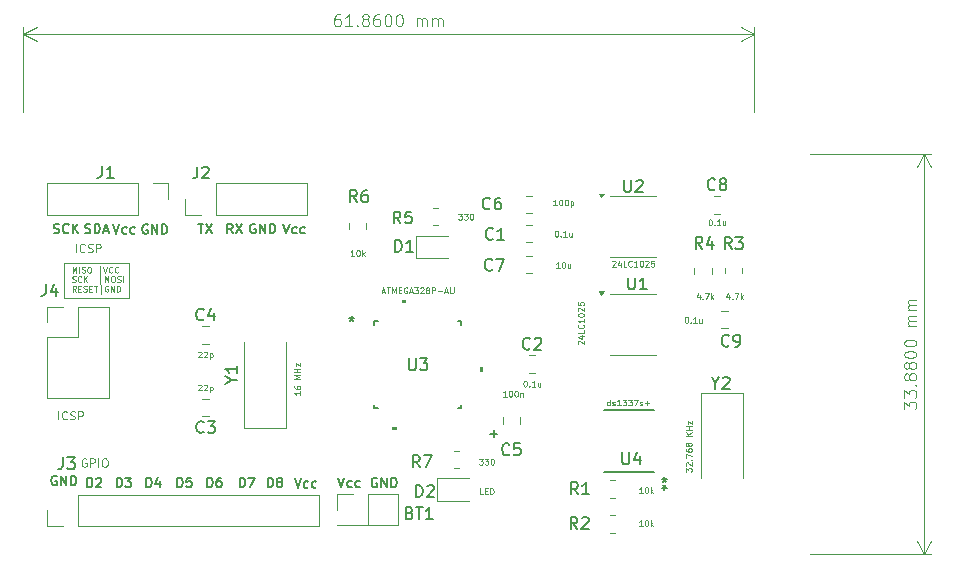
<source format=gto>
%TF.GenerationSoftware,KiCad,Pcbnew,8.0.8*%
%TF.CreationDate,2025-09-10T22:03:36+03:00*%
%TF.ProjectId,MCU datalogger,4d435520-6461-4746-916c-6f676765722e,rev?*%
%TF.SameCoordinates,Original*%
%TF.FileFunction,Legend,Top*%
%TF.FilePolarity,Positive*%
%FSLAX46Y46*%
G04 Gerber Fmt 4.6, Leading zero omitted, Abs format (unit mm)*
G04 Created by KiCad (PCBNEW 8.0.8) date 2025-09-10 22:03:36*
%MOMM*%
%LPD*%
G01*
G04 APERTURE LIST*
%ADD10C,0.150000*%
%ADD11C,0.100000*%
%ADD12C,0.120000*%
%ADD13C,0.152400*%
%ADD14C,0.000000*%
G04 APERTURE END LIST*
D10*
X106924874Y-144344295D02*
X107191541Y-145144295D01*
X107191541Y-145144295D02*
X107458207Y-144344295D01*
X108067731Y-145106200D02*
X107991540Y-145144295D01*
X107991540Y-145144295D02*
X107839159Y-145144295D01*
X107839159Y-145144295D02*
X107762969Y-145106200D01*
X107762969Y-145106200D02*
X107724874Y-145068104D01*
X107724874Y-145068104D02*
X107686778Y-144991914D01*
X107686778Y-144991914D02*
X107686778Y-144763342D01*
X107686778Y-144763342D02*
X107724874Y-144687152D01*
X107724874Y-144687152D02*
X107762969Y-144649057D01*
X107762969Y-144649057D02*
X107839159Y-144610961D01*
X107839159Y-144610961D02*
X107991540Y-144610961D01*
X107991540Y-144610961D02*
X108067731Y-144649057D01*
X108753445Y-145106200D02*
X108677254Y-145144295D01*
X108677254Y-145144295D02*
X108524873Y-145144295D01*
X108524873Y-145144295D02*
X108448683Y-145106200D01*
X108448683Y-145106200D02*
X108410588Y-145068104D01*
X108410588Y-145068104D02*
X108372492Y-144991914D01*
X108372492Y-144991914D02*
X108372492Y-144763342D01*
X108372492Y-144763342D02*
X108410588Y-144687152D01*
X108410588Y-144687152D02*
X108448683Y-144649057D01*
X108448683Y-144649057D02*
X108524873Y-144610961D01*
X108524873Y-144610961D02*
X108677254Y-144610961D01*
X108677254Y-144610961D02*
X108753445Y-144649057D01*
D11*
X83750000Y-126150000D02*
X89250000Y-126150000D01*
X89250000Y-129150000D01*
X83750000Y-129150000D01*
X83750000Y-126150000D01*
D10*
X98006303Y-123654295D02*
X97739636Y-123273342D01*
X97549160Y-123654295D02*
X97549160Y-122854295D01*
X97549160Y-122854295D02*
X97853922Y-122854295D01*
X97853922Y-122854295D02*
X97930112Y-122892390D01*
X97930112Y-122892390D02*
X97968207Y-122930485D01*
X97968207Y-122930485D02*
X98006303Y-123006676D01*
X98006303Y-123006676D02*
X98006303Y-123120961D01*
X98006303Y-123120961D02*
X97968207Y-123197152D01*
X97968207Y-123197152D02*
X97930112Y-123235247D01*
X97930112Y-123235247D02*
X97853922Y-123273342D01*
X97853922Y-123273342D02*
X97549160Y-123273342D01*
X98272969Y-122854295D02*
X98806303Y-123654295D01*
X98806303Y-122854295D02*
X98272969Y-123654295D01*
X98589160Y-145144295D02*
X98589160Y-144344295D01*
X98589160Y-144344295D02*
X98779636Y-144344295D01*
X98779636Y-144344295D02*
X98893922Y-144382390D01*
X98893922Y-144382390D02*
X98970112Y-144458580D01*
X98970112Y-144458580D02*
X99008207Y-144534771D01*
X99008207Y-144534771D02*
X99046303Y-144687152D01*
X99046303Y-144687152D02*
X99046303Y-144801438D01*
X99046303Y-144801438D02*
X99008207Y-144953819D01*
X99008207Y-144953819D02*
X98970112Y-145030009D01*
X98970112Y-145030009D02*
X98893922Y-145106200D01*
X98893922Y-145106200D02*
X98779636Y-145144295D01*
X98779636Y-145144295D02*
X98589160Y-145144295D01*
X99312969Y-144344295D02*
X99846303Y-144344295D01*
X99846303Y-144344295D02*
X99503445Y-145144295D01*
X93299160Y-145144295D02*
X93299160Y-144344295D01*
X93299160Y-144344295D02*
X93489636Y-144344295D01*
X93489636Y-144344295D02*
X93603922Y-144382390D01*
X93603922Y-144382390D02*
X93680112Y-144458580D01*
X93680112Y-144458580D02*
X93718207Y-144534771D01*
X93718207Y-144534771D02*
X93756303Y-144687152D01*
X93756303Y-144687152D02*
X93756303Y-144801438D01*
X93756303Y-144801438D02*
X93718207Y-144953819D01*
X93718207Y-144953819D02*
X93680112Y-145030009D01*
X93680112Y-145030009D02*
X93603922Y-145106200D01*
X93603922Y-145106200D02*
X93489636Y-145144295D01*
X93489636Y-145144295D02*
X93299160Y-145144295D01*
X94480112Y-144344295D02*
X94099160Y-144344295D01*
X94099160Y-144344295D02*
X94061064Y-144725247D01*
X94061064Y-144725247D02*
X94099160Y-144687152D01*
X94099160Y-144687152D02*
X94175350Y-144649057D01*
X94175350Y-144649057D02*
X94365826Y-144649057D01*
X94365826Y-144649057D02*
X94442017Y-144687152D01*
X94442017Y-144687152D02*
X94480112Y-144725247D01*
X94480112Y-144725247D02*
X94518207Y-144801438D01*
X94518207Y-144801438D02*
X94518207Y-144991914D01*
X94518207Y-144991914D02*
X94480112Y-145068104D01*
X94480112Y-145068104D02*
X94442017Y-145106200D01*
X94442017Y-145106200D02*
X94365826Y-145144295D01*
X94365826Y-145144295D02*
X94175350Y-145144295D01*
X94175350Y-145144295D02*
X94099160Y-145106200D01*
X94099160Y-145106200D02*
X94061064Y-145068104D01*
X85501064Y-123616200D02*
X85615350Y-123654295D01*
X85615350Y-123654295D02*
X85805826Y-123654295D01*
X85805826Y-123654295D02*
X85882017Y-123616200D01*
X85882017Y-123616200D02*
X85920112Y-123578104D01*
X85920112Y-123578104D02*
X85958207Y-123501914D01*
X85958207Y-123501914D02*
X85958207Y-123425723D01*
X85958207Y-123425723D02*
X85920112Y-123349533D01*
X85920112Y-123349533D02*
X85882017Y-123311438D01*
X85882017Y-123311438D02*
X85805826Y-123273342D01*
X85805826Y-123273342D02*
X85653445Y-123235247D01*
X85653445Y-123235247D02*
X85577255Y-123197152D01*
X85577255Y-123197152D02*
X85539160Y-123159057D01*
X85539160Y-123159057D02*
X85501064Y-123082866D01*
X85501064Y-123082866D02*
X85501064Y-123006676D01*
X85501064Y-123006676D02*
X85539160Y-122930485D01*
X85539160Y-122930485D02*
X85577255Y-122892390D01*
X85577255Y-122892390D02*
X85653445Y-122854295D01*
X85653445Y-122854295D02*
X85843922Y-122854295D01*
X85843922Y-122854295D02*
X85958207Y-122892390D01*
X86301065Y-123654295D02*
X86301065Y-122854295D01*
X86301065Y-122854295D02*
X86491541Y-122854295D01*
X86491541Y-122854295D02*
X86605827Y-122892390D01*
X86605827Y-122892390D02*
X86682017Y-122968580D01*
X86682017Y-122968580D02*
X86720112Y-123044771D01*
X86720112Y-123044771D02*
X86758208Y-123197152D01*
X86758208Y-123197152D02*
X86758208Y-123311438D01*
X86758208Y-123311438D02*
X86720112Y-123463819D01*
X86720112Y-123463819D02*
X86682017Y-123540009D01*
X86682017Y-123540009D02*
X86605827Y-123616200D01*
X86605827Y-123616200D02*
X86491541Y-123654295D01*
X86491541Y-123654295D02*
X86301065Y-123654295D01*
X87062969Y-123425723D02*
X87443922Y-123425723D01*
X86986779Y-123654295D02*
X87253446Y-122854295D01*
X87253446Y-122854295D02*
X87520112Y-123654295D01*
X102284874Y-122854295D02*
X102551541Y-123654295D01*
X102551541Y-123654295D02*
X102818207Y-122854295D01*
X103427731Y-123616200D02*
X103351540Y-123654295D01*
X103351540Y-123654295D02*
X103199159Y-123654295D01*
X103199159Y-123654295D02*
X103122969Y-123616200D01*
X103122969Y-123616200D02*
X103084874Y-123578104D01*
X103084874Y-123578104D02*
X103046778Y-123501914D01*
X103046778Y-123501914D02*
X103046778Y-123273342D01*
X103046778Y-123273342D02*
X103084874Y-123197152D01*
X103084874Y-123197152D02*
X103122969Y-123159057D01*
X103122969Y-123159057D02*
X103199159Y-123120961D01*
X103199159Y-123120961D02*
X103351540Y-123120961D01*
X103351540Y-123120961D02*
X103427731Y-123159057D01*
X104113445Y-123616200D02*
X104037254Y-123654295D01*
X104037254Y-123654295D02*
X103884873Y-123654295D01*
X103884873Y-123654295D02*
X103808683Y-123616200D01*
X103808683Y-123616200D02*
X103770588Y-123578104D01*
X103770588Y-123578104D02*
X103732492Y-123501914D01*
X103732492Y-123501914D02*
X103732492Y-123273342D01*
X103732492Y-123273342D02*
X103770588Y-123197152D01*
X103770588Y-123197152D02*
X103808683Y-123159057D01*
X103808683Y-123159057D02*
X103884873Y-123120961D01*
X103884873Y-123120961D02*
X104037254Y-123120961D01*
X104037254Y-123120961D02*
X104113445Y-123159057D01*
X95859160Y-145144295D02*
X95859160Y-144344295D01*
X95859160Y-144344295D02*
X96049636Y-144344295D01*
X96049636Y-144344295D02*
X96163922Y-144382390D01*
X96163922Y-144382390D02*
X96240112Y-144458580D01*
X96240112Y-144458580D02*
X96278207Y-144534771D01*
X96278207Y-144534771D02*
X96316303Y-144687152D01*
X96316303Y-144687152D02*
X96316303Y-144801438D01*
X96316303Y-144801438D02*
X96278207Y-144953819D01*
X96278207Y-144953819D02*
X96240112Y-145030009D01*
X96240112Y-145030009D02*
X96163922Y-145106200D01*
X96163922Y-145106200D02*
X96049636Y-145144295D01*
X96049636Y-145144295D02*
X95859160Y-145144295D01*
X97002017Y-144344295D02*
X96849636Y-144344295D01*
X96849636Y-144344295D02*
X96773445Y-144382390D01*
X96773445Y-144382390D02*
X96735350Y-144420485D01*
X96735350Y-144420485D02*
X96659160Y-144534771D01*
X96659160Y-144534771D02*
X96621064Y-144687152D01*
X96621064Y-144687152D02*
X96621064Y-144991914D01*
X96621064Y-144991914D02*
X96659160Y-145068104D01*
X96659160Y-145068104D02*
X96697255Y-145106200D01*
X96697255Y-145106200D02*
X96773445Y-145144295D01*
X96773445Y-145144295D02*
X96925826Y-145144295D01*
X96925826Y-145144295D02*
X97002017Y-145106200D01*
X97002017Y-145106200D02*
X97040112Y-145068104D01*
X97040112Y-145068104D02*
X97078207Y-144991914D01*
X97078207Y-144991914D02*
X97078207Y-144801438D01*
X97078207Y-144801438D02*
X97040112Y-144725247D01*
X97040112Y-144725247D02*
X97002017Y-144687152D01*
X97002017Y-144687152D02*
X96925826Y-144649057D01*
X96925826Y-144649057D02*
X96773445Y-144649057D01*
X96773445Y-144649057D02*
X96697255Y-144687152D01*
X96697255Y-144687152D02*
X96659160Y-144725247D01*
X96659160Y-144725247D02*
X96621064Y-144801438D01*
X90699160Y-145144295D02*
X90699160Y-144344295D01*
X90699160Y-144344295D02*
X90889636Y-144344295D01*
X90889636Y-144344295D02*
X91003922Y-144382390D01*
X91003922Y-144382390D02*
X91080112Y-144458580D01*
X91080112Y-144458580D02*
X91118207Y-144534771D01*
X91118207Y-144534771D02*
X91156303Y-144687152D01*
X91156303Y-144687152D02*
X91156303Y-144801438D01*
X91156303Y-144801438D02*
X91118207Y-144953819D01*
X91118207Y-144953819D02*
X91080112Y-145030009D01*
X91080112Y-145030009D02*
X91003922Y-145106200D01*
X91003922Y-145106200D02*
X90889636Y-145144295D01*
X90889636Y-145144295D02*
X90699160Y-145144295D01*
X91842017Y-144610961D02*
X91842017Y-145144295D01*
X91651541Y-144306200D02*
X91461064Y-144877628D01*
X91461064Y-144877628D02*
X91956303Y-144877628D01*
X83088207Y-144212390D02*
X83012017Y-144174295D01*
X83012017Y-144174295D02*
X82897731Y-144174295D01*
X82897731Y-144174295D02*
X82783445Y-144212390D01*
X82783445Y-144212390D02*
X82707255Y-144288580D01*
X82707255Y-144288580D02*
X82669160Y-144364771D01*
X82669160Y-144364771D02*
X82631064Y-144517152D01*
X82631064Y-144517152D02*
X82631064Y-144631438D01*
X82631064Y-144631438D02*
X82669160Y-144783819D01*
X82669160Y-144783819D02*
X82707255Y-144860009D01*
X82707255Y-144860009D02*
X82783445Y-144936200D01*
X82783445Y-144936200D02*
X82897731Y-144974295D01*
X82897731Y-144974295D02*
X82973922Y-144974295D01*
X82973922Y-144974295D02*
X83088207Y-144936200D01*
X83088207Y-144936200D02*
X83126303Y-144898104D01*
X83126303Y-144898104D02*
X83126303Y-144631438D01*
X83126303Y-144631438D02*
X82973922Y-144631438D01*
X83469160Y-144974295D02*
X83469160Y-144174295D01*
X83469160Y-144174295D02*
X83926303Y-144974295D01*
X83926303Y-144974295D02*
X83926303Y-144174295D01*
X84307255Y-144974295D02*
X84307255Y-144174295D01*
X84307255Y-144174295D02*
X84497731Y-144174295D01*
X84497731Y-144174295D02*
X84612017Y-144212390D01*
X84612017Y-144212390D02*
X84688207Y-144288580D01*
X84688207Y-144288580D02*
X84726302Y-144364771D01*
X84726302Y-144364771D02*
X84764398Y-144517152D01*
X84764398Y-144517152D02*
X84764398Y-144631438D01*
X84764398Y-144631438D02*
X84726302Y-144783819D01*
X84726302Y-144783819D02*
X84688207Y-144860009D01*
X84688207Y-144860009D02*
X84612017Y-144936200D01*
X84612017Y-144936200D02*
X84497731Y-144974295D01*
X84497731Y-144974295D02*
X84307255Y-144974295D01*
X99918207Y-122892390D02*
X99842017Y-122854295D01*
X99842017Y-122854295D02*
X99727731Y-122854295D01*
X99727731Y-122854295D02*
X99613445Y-122892390D01*
X99613445Y-122892390D02*
X99537255Y-122968580D01*
X99537255Y-122968580D02*
X99499160Y-123044771D01*
X99499160Y-123044771D02*
X99461064Y-123197152D01*
X99461064Y-123197152D02*
X99461064Y-123311438D01*
X99461064Y-123311438D02*
X99499160Y-123463819D01*
X99499160Y-123463819D02*
X99537255Y-123540009D01*
X99537255Y-123540009D02*
X99613445Y-123616200D01*
X99613445Y-123616200D02*
X99727731Y-123654295D01*
X99727731Y-123654295D02*
X99803922Y-123654295D01*
X99803922Y-123654295D02*
X99918207Y-123616200D01*
X99918207Y-123616200D02*
X99956303Y-123578104D01*
X99956303Y-123578104D02*
X99956303Y-123311438D01*
X99956303Y-123311438D02*
X99803922Y-123311438D01*
X100299160Y-123654295D02*
X100299160Y-122854295D01*
X100299160Y-122854295D02*
X100756303Y-123654295D01*
X100756303Y-123654295D02*
X100756303Y-122854295D01*
X101137255Y-123654295D02*
X101137255Y-122854295D01*
X101137255Y-122854295D02*
X101327731Y-122854295D01*
X101327731Y-122854295D02*
X101442017Y-122892390D01*
X101442017Y-122892390D02*
X101518207Y-122968580D01*
X101518207Y-122968580D02*
X101556302Y-123044771D01*
X101556302Y-123044771D02*
X101594398Y-123197152D01*
X101594398Y-123197152D02*
X101594398Y-123311438D01*
X101594398Y-123311438D02*
X101556302Y-123463819D01*
X101556302Y-123463819D02*
X101518207Y-123540009D01*
X101518207Y-123540009D02*
X101442017Y-123616200D01*
X101442017Y-123616200D02*
X101327731Y-123654295D01*
X101327731Y-123654295D02*
X101137255Y-123654295D01*
X85669160Y-145144295D02*
X85669160Y-144344295D01*
X85669160Y-144344295D02*
X85859636Y-144344295D01*
X85859636Y-144344295D02*
X85973922Y-144382390D01*
X85973922Y-144382390D02*
X86050112Y-144458580D01*
X86050112Y-144458580D02*
X86088207Y-144534771D01*
X86088207Y-144534771D02*
X86126303Y-144687152D01*
X86126303Y-144687152D02*
X86126303Y-144801438D01*
X86126303Y-144801438D02*
X86088207Y-144953819D01*
X86088207Y-144953819D02*
X86050112Y-145030009D01*
X86050112Y-145030009D02*
X85973922Y-145106200D01*
X85973922Y-145106200D02*
X85859636Y-145144295D01*
X85859636Y-145144295D02*
X85669160Y-145144295D01*
X86431064Y-144420485D02*
X86469160Y-144382390D01*
X86469160Y-144382390D02*
X86545350Y-144344295D01*
X86545350Y-144344295D02*
X86735826Y-144344295D01*
X86735826Y-144344295D02*
X86812017Y-144382390D01*
X86812017Y-144382390D02*
X86850112Y-144420485D01*
X86850112Y-144420485D02*
X86888207Y-144496676D01*
X86888207Y-144496676D02*
X86888207Y-144572866D01*
X86888207Y-144572866D02*
X86850112Y-144687152D01*
X86850112Y-144687152D02*
X86392969Y-145144295D01*
X86392969Y-145144295D02*
X86888207Y-145144295D01*
X95064874Y-122854295D02*
X95522017Y-122854295D01*
X95293445Y-123654295D02*
X95293445Y-122854295D01*
X95712493Y-122854295D02*
X96245827Y-123654295D01*
X96245827Y-122854295D02*
X95712493Y-123654295D01*
X90788207Y-122932390D02*
X90712017Y-122894295D01*
X90712017Y-122894295D02*
X90597731Y-122894295D01*
X90597731Y-122894295D02*
X90483445Y-122932390D01*
X90483445Y-122932390D02*
X90407255Y-123008580D01*
X90407255Y-123008580D02*
X90369160Y-123084771D01*
X90369160Y-123084771D02*
X90331064Y-123237152D01*
X90331064Y-123237152D02*
X90331064Y-123351438D01*
X90331064Y-123351438D02*
X90369160Y-123503819D01*
X90369160Y-123503819D02*
X90407255Y-123580009D01*
X90407255Y-123580009D02*
X90483445Y-123656200D01*
X90483445Y-123656200D02*
X90597731Y-123694295D01*
X90597731Y-123694295D02*
X90673922Y-123694295D01*
X90673922Y-123694295D02*
X90788207Y-123656200D01*
X90788207Y-123656200D02*
X90826303Y-123618104D01*
X90826303Y-123618104D02*
X90826303Y-123351438D01*
X90826303Y-123351438D02*
X90673922Y-123351438D01*
X91169160Y-123694295D02*
X91169160Y-122894295D01*
X91169160Y-122894295D02*
X91626303Y-123694295D01*
X91626303Y-123694295D02*
X91626303Y-122894295D01*
X92007255Y-123694295D02*
X92007255Y-122894295D01*
X92007255Y-122894295D02*
X92197731Y-122894295D01*
X92197731Y-122894295D02*
X92312017Y-122932390D01*
X92312017Y-122932390D02*
X92388207Y-123008580D01*
X92388207Y-123008580D02*
X92426302Y-123084771D01*
X92426302Y-123084771D02*
X92464398Y-123237152D01*
X92464398Y-123237152D02*
X92464398Y-123351438D01*
X92464398Y-123351438D02*
X92426302Y-123503819D01*
X92426302Y-123503819D02*
X92388207Y-123580009D01*
X92388207Y-123580009D02*
X92312017Y-123656200D01*
X92312017Y-123656200D02*
X92197731Y-123694295D01*
X92197731Y-123694295D02*
X92007255Y-123694295D01*
X82841064Y-123616200D02*
X82955350Y-123654295D01*
X82955350Y-123654295D02*
X83145826Y-123654295D01*
X83145826Y-123654295D02*
X83222017Y-123616200D01*
X83222017Y-123616200D02*
X83260112Y-123578104D01*
X83260112Y-123578104D02*
X83298207Y-123501914D01*
X83298207Y-123501914D02*
X83298207Y-123425723D01*
X83298207Y-123425723D02*
X83260112Y-123349533D01*
X83260112Y-123349533D02*
X83222017Y-123311438D01*
X83222017Y-123311438D02*
X83145826Y-123273342D01*
X83145826Y-123273342D02*
X82993445Y-123235247D01*
X82993445Y-123235247D02*
X82917255Y-123197152D01*
X82917255Y-123197152D02*
X82879160Y-123159057D01*
X82879160Y-123159057D02*
X82841064Y-123082866D01*
X82841064Y-123082866D02*
X82841064Y-123006676D01*
X82841064Y-123006676D02*
X82879160Y-122930485D01*
X82879160Y-122930485D02*
X82917255Y-122892390D01*
X82917255Y-122892390D02*
X82993445Y-122854295D01*
X82993445Y-122854295D02*
X83183922Y-122854295D01*
X83183922Y-122854295D02*
X83298207Y-122892390D01*
X84098208Y-123578104D02*
X84060112Y-123616200D01*
X84060112Y-123616200D02*
X83945827Y-123654295D01*
X83945827Y-123654295D02*
X83869636Y-123654295D01*
X83869636Y-123654295D02*
X83755350Y-123616200D01*
X83755350Y-123616200D02*
X83679160Y-123540009D01*
X83679160Y-123540009D02*
X83641065Y-123463819D01*
X83641065Y-123463819D02*
X83602969Y-123311438D01*
X83602969Y-123311438D02*
X83602969Y-123197152D01*
X83602969Y-123197152D02*
X83641065Y-123044771D01*
X83641065Y-123044771D02*
X83679160Y-122968580D01*
X83679160Y-122968580D02*
X83755350Y-122892390D01*
X83755350Y-122892390D02*
X83869636Y-122854295D01*
X83869636Y-122854295D02*
X83945827Y-122854295D01*
X83945827Y-122854295D02*
X84060112Y-122892390D01*
X84060112Y-122892390D02*
X84098208Y-122930485D01*
X84441065Y-123654295D02*
X84441065Y-122854295D01*
X84898208Y-123654295D02*
X84555350Y-123197152D01*
X84898208Y-122854295D02*
X84441065Y-123311438D01*
X100959160Y-145144295D02*
X100959160Y-144344295D01*
X100959160Y-144344295D02*
X101149636Y-144344295D01*
X101149636Y-144344295D02*
X101263922Y-144382390D01*
X101263922Y-144382390D02*
X101340112Y-144458580D01*
X101340112Y-144458580D02*
X101378207Y-144534771D01*
X101378207Y-144534771D02*
X101416303Y-144687152D01*
X101416303Y-144687152D02*
X101416303Y-144801438D01*
X101416303Y-144801438D02*
X101378207Y-144953819D01*
X101378207Y-144953819D02*
X101340112Y-145030009D01*
X101340112Y-145030009D02*
X101263922Y-145106200D01*
X101263922Y-145106200D02*
X101149636Y-145144295D01*
X101149636Y-145144295D02*
X100959160Y-145144295D01*
X101873445Y-144687152D02*
X101797255Y-144649057D01*
X101797255Y-144649057D02*
X101759160Y-144610961D01*
X101759160Y-144610961D02*
X101721064Y-144534771D01*
X101721064Y-144534771D02*
X101721064Y-144496676D01*
X101721064Y-144496676D02*
X101759160Y-144420485D01*
X101759160Y-144420485D02*
X101797255Y-144382390D01*
X101797255Y-144382390D02*
X101873445Y-144344295D01*
X101873445Y-144344295D02*
X102025826Y-144344295D01*
X102025826Y-144344295D02*
X102102017Y-144382390D01*
X102102017Y-144382390D02*
X102140112Y-144420485D01*
X102140112Y-144420485D02*
X102178207Y-144496676D01*
X102178207Y-144496676D02*
X102178207Y-144534771D01*
X102178207Y-144534771D02*
X102140112Y-144610961D01*
X102140112Y-144610961D02*
X102102017Y-144649057D01*
X102102017Y-144649057D02*
X102025826Y-144687152D01*
X102025826Y-144687152D02*
X101873445Y-144687152D01*
X101873445Y-144687152D02*
X101797255Y-144725247D01*
X101797255Y-144725247D02*
X101759160Y-144763342D01*
X101759160Y-144763342D02*
X101721064Y-144839533D01*
X101721064Y-144839533D02*
X101721064Y-144991914D01*
X101721064Y-144991914D02*
X101759160Y-145068104D01*
X101759160Y-145068104D02*
X101797255Y-145106200D01*
X101797255Y-145106200D02*
X101873445Y-145144295D01*
X101873445Y-145144295D02*
X102025826Y-145144295D01*
X102025826Y-145144295D02*
X102102017Y-145106200D01*
X102102017Y-145106200D02*
X102140112Y-145068104D01*
X102140112Y-145068104D02*
X102178207Y-144991914D01*
X102178207Y-144991914D02*
X102178207Y-144839533D01*
X102178207Y-144839533D02*
X102140112Y-144763342D01*
X102140112Y-144763342D02*
X102102017Y-144725247D01*
X102102017Y-144725247D02*
X102025826Y-144687152D01*
X110208207Y-144382390D02*
X110132017Y-144344295D01*
X110132017Y-144344295D02*
X110017731Y-144344295D01*
X110017731Y-144344295D02*
X109903445Y-144382390D01*
X109903445Y-144382390D02*
X109827255Y-144458580D01*
X109827255Y-144458580D02*
X109789160Y-144534771D01*
X109789160Y-144534771D02*
X109751064Y-144687152D01*
X109751064Y-144687152D02*
X109751064Y-144801438D01*
X109751064Y-144801438D02*
X109789160Y-144953819D01*
X109789160Y-144953819D02*
X109827255Y-145030009D01*
X109827255Y-145030009D02*
X109903445Y-145106200D01*
X109903445Y-145106200D02*
X110017731Y-145144295D01*
X110017731Y-145144295D02*
X110093922Y-145144295D01*
X110093922Y-145144295D02*
X110208207Y-145106200D01*
X110208207Y-145106200D02*
X110246303Y-145068104D01*
X110246303Y-145068104D02*
X110246303Y-144801438D01*
X110246303Y-144801438D02*
X110093922Y-144801438D01*
X110589160Y-145144295D02*
X110589160Y-144344295D01*
X110589160Y-144344295D02*
X111046303Y-145144295D01*
X111046303Y-145144295D02*
X111046303Y-144344295D01*
X111427255Y-145144295D02*
X111427255Y-144344295D01*
X111427255Y-144344295D02*
X111617731Y-144344295D01*
X111617731Y-144344295D02*
X111732017Y-144382390D01*
X111732017Y-144382390D02*
X111808207Y-144458580D01*
X111808207Y-144458580D02*
X111846302Y-144534771D01*
X111846302Y-144534771D02*
X111884398Y-144687152D01*
X111884398Y-144687152D02*
X111884398Y-144801438D01*
X111884398Y-144801438D02*
X111846302Y-144953819D01*
X111846302Y-144953819D02*
X111808207Y-145030009D01*
X111808207Y-145030009D02*
X111732017Y-145106200D01*
X111732017Y-145106200D02*
X111617731Y-145144295D01*
X111617731Y-145144295D02*
X111427255Y-145144295D01*
X119789160Y-140629533D02*
X120398684Y-140629533D01*
X120093922Y-140934295D02*
X120093922Y-140324771D01*
D11*
X84732455Y-125249133D02*
X84732455Y-124549133D01*
X85465788Y-125182466D02*
X85432455Y-125215800D01*
X85432455Y-125215800D02*
X85332455Y-125249133D01*
X85332455Y-125249133D02*
X85265788Y-125249133D01*
X85265788Y-125249133D02*
X85165788Y-125215800D01*
X85165788Y-125215800D02*
X85099122Y-125149133D01*
X85099122Y-125149133D02*
X85065788Y-125082466D01*
X85065788Y-125082466D02*
X85032455Y-124949133D01*
X85032455Y-124949133D02*
X85032455Y-124849133D01*
X85032455Y-124849133D02*
X85065788Y-124715800D01*
X85065788Y-124715800D02*
X85099122Y-124649133D01*
X85099122Y-124649133D02*
X85165788Y-124582466D01*
X85165788Y-124582466D02*
X85265788Y-124549133D01*
X85265788Y-124549133D02*
X85332455Y-124549133D01*
X85332455Y-124549133D02*
X85432455Y-124582466D01*
X85432455Y-124582466D02*
X85465788Y-124615800D01*
X85732455Y-125215800D02*
X85832455Y-125249133D01*
X85832455Y-125249133D02*
X85999122Y-125249133D01*
X85999122Y-125249133D02*
X86065788Y-125215800D01*
X86065788Y-125215800D02*
X86099122Y-125182466D01*
X86099122Y-125182466D02*
X86132455Y-125115800D01*
X86132455Y-125115800D02*
X86132455Y-125049133D01*
X86132455Y-125049133D02*
X86099122Y-124982466D01*
X86099122Y-124982466D02*
X86065788Y-124949133D01*
X86065788Y-124949133D02*
X85999122Y-124915800D01*
X85999122Y-124915800D02*
X85865788Y-124882466D01*
X85865788Y-124882466D02*
X85799122Y-124849133D01*
X85799122Y-124849133D02*
X85765788Y-124815800D01*
X85765788Y-124815800D02*
X85732455Y-124749133D01*
X85732455Y-124749133D02*
X85732455Y-124682466D01*
X85732455Y-124682466D02*
X85765788Y-124615800D01*
X85765788Y-124615800D02*
X85799122Y-124582466D01*
X85799122Y-124582466D02*
X85865788Y-124549133D01*
X85865788Y-124549133D02*
X86032455Y-124549133D01*
X86032455Y-124549133D02*
X86132455Y-124582466D01*
X86432455Y-125249133D02*
X86432455Y-124549133D01*
X86432455Y-124549133D02*
X86699122Y-124549133D01*
X86699122Y-124549133D02*
X86765789Y-124582466D01*
X86765789Y-124582466D02*
X86799122Y-124615800D01*
X86799122Y-124615800D02*
X86832455Y-124682466D01*
X86832455Y-124682466D02*
X86832455Y-124782466D01*
X86832455Y-124782466D02*
X86799122Y-124849133D01*
X86799122Y-124849133D02*
X86765789Y-124882466D01*
X86765789Y-124882466D02*
X86699122Y-124915800D01*
X86699122Y-124915800D02*
X86432455Y-124915800D01*
D10*
X87874874Y-122874295D02*
X88141541Y-123674295D01*
X88141541Y-123674295D02*
X88408207Y-122874295D01*
X89017731Y-123636200D02*
X88941540Y-123674295D01*
X88941540Y-123674295D02*
X88789159Y-123674295D01*
X88789159Y-123674295D02*
X88712969Y-123636200D01*
X88712969Y-123636200D02*
X88674874Y-123598104D01*
X88674874Y-123598104D02*
X88636778Y-123521914D01*
X88636778Y-123521914D02*
X88636778Y-123293342D01*
X88636778Y-123293342D02*
X88674874Y-123217152D01*
X88674874Y-123217152D02*
X88712969Y-123179057D01*
X88712969Y-123179057D02*
X88789159Y-123140961D01*
X88789159Y-123140961D02*
X88941540Y-123140961D01*
X88941540Y-123140961D02*
X89017731Y-123179057D01*
X89703445Y-123636200D02*
X89627254Y-123674295D01*
X89627254Y-123674295D02*
X89474873Y-123674295D01*
X89474873Y-123674295D02*
X89398683Y-123636200D01*
X89398683Y-123636200D02*
X89360588Y-123598104D01*
X89360588Y-123598104D02*
X89322492Y-123521914D01*
X89322492Y-123521914D02*
X89322492Y-123293342D01*
X89322492Y-123293342D02*
X89360588Y-123217152D01*
X89360588Y-123217152D02*
X89398683Y-123179057D01*
X89398683Y-123179057D02*
X89474873Y-123140961D01*
X89474873Y-123140961D02*
X89627254Y-123140961D01*
X89627254Y-123140961D02*
X89703445Y-123179057D01*
D11*
X85599122Y-142742466D02*
X85532455Y-142709133D01*
X85532455Y-142709133D02*
X85432455Y-142709133D01*
X85432455Y-142709133D02*
X85332455Y-142742466D01*
X85332455Y-142742466D02*
X85265789Y-142809133D01*
X85265789Y-142809133D02*
X85232455Y-142875800D01*
X85232455Y-142875800D02*
X85199122Y-143009133D01*
X85199122Y-143009133D02*
X85199122Y-143109133D01*
X85199122Y-143109133D02*
X85232455Y-143242466D01*
X85232455Y-143242466D02*
X85265789Y-143309133D01*
X85265789Y-143309133D02*
X85332455Y-143375800D01*
X85332455Y-143375800D02*
X85432455Y-143409133D01*
X85432455Y-143409133D02*
X85499122Y-143409133D01*
X85499122Y-143409133D02*
X85599122Y-143375800D01*
X85599122Y-143375800D02*
X85632455Y-143342466D01*
X85632455Y-143342466D02*
X85632455Y-143109133D01*
X85632455Y-143109133D02*
X85499122Y-143109133D01*
X85932455Y-143409133D02*
X85932455Y-142709133D01*
X85932455Y-142709133D02*
X86199122Y-142709133D01*
X86199122Y-142709133D02*
X86265789Y-142742466D01*
X86265789Y-142742466D02*
X86299122Y-142775800D01*
X86299122Y-142775800D02*
X86332455Y-142842466D01*
X86332455Y-142842466D02*
X86332455Y-142942466D01*
X86332455Y-142942466D02*
X86299122Y-143009133D01*
X86299122Y-143009133D02*
X86265789Y-143042466D01*
X86265789Y-143042466D02*
X86199122Y-143075800D01*
X86199122Y-143075800D02*
X85932455Y-143075800D01*
X86632455Y-143409133D02*
X86632455Y-142709133D01*
X87099122Y-142709133D02*
X87232455Y-142709133D01*
X87232455Y-142709133D02*
X87299122Y-142742466D01*
X87299122Y-142742466D02*
X87365788Y-142809133D01*
X87365788Y-142809133D02*
X87399122Y-142942466D01*
X87399122Y-142942466D02*
X87399122Y-143175800D01*
X87399122Y-143175800D02*
X87365788Y-143309133D01*
X87365788Y-143309133D02*
X87299122Y-143375800D01*
X87299122Y-143375800D02*
X87232455Y-143409133D01*
X87232455Y-143409133D02*
X87099122Y-143409133D01*
X87099122Y-143409133D02*
X87032455Y-143375800D01*
X87032455Y-143375800D02*
X86965788Y-143309133D01*
X86965788Y-143309133D02*
X86932455Y-143175800D01*
X86932455Y-143175800D02*
X86932455Y-142942466D01*
X86932455Y-142942466D02*
X86965788Y-142809133D01*
X86965788Y-142809133D02*
X87032455Y-142742466D01*
X87032455Y-142742466D02*
X87099122Y-142709133D01*
X84434836Y-126973665D02*
X84434836Y-126473665D01*
X84434836Y-126473665D02*
X84601503Y-126830808D01*
X84601503Y-126830808D02*
X84768169Y-126473665D01*
X84768169Y-126473665D02*
X84768169Y-126973665D01*
X85006265Y-126973665D02*
X85006265Y-126473665D01*
X85220551Y-126949856D02*
X85291979Y-126973665D01*
X85291979Y-126973665D02*
X85411027Y-126973665D01*
X85411027Y-126973665D02*
X85458646Y-126949856D01*
X85458646Y-126949856D02*
X85482455Y-126926046D01*
X85482455Y-126926046D02*
X85506265Y-126878427D01*
X85506265Y-126878427D02*
X85506265Y-126830808D01*
X85506265Y-126830808D02*
X85482455Y-126783189D01*
X85482455Y-126783189D02*
X85458646Y-126759379D01*
X85458646Y-126759379D02*
X85411027Y-126735570D01*
X85411027Y-126735570D02*
X85315789Y-126711760D01*
X85315789Y-126711760D02*
X85268170Y-126687951D01*
X85268170Y-126687951D02*
X85244360Y-126664141D01*
X85244360Y-126664141D02*
X85220551Y-126616522D01*
X85220551Y-126616522D02*
X85220551Y-126568903D01*
X85220551Y-126568903D02*
X85244360Y-126521284D01*
X85244360Y-126521284D02*
X85268170Y-126497475D01*
X85268170Y-126497475D02*
X85315789Y-126473665D01*
X85315789Y-126473665D02*
X85434836Y-126473665D01*
X85434836Y-126473665D02*
X85506265Y-126497475D01*
X85815788Y-126473665D02*
X85911026Y-126473665D01*
X85911026Y-126473665D02*
X85958645Y-126497475D01*
X85958645Y-126497475D02*
X86006264Y-126545094D01*
X86006264Y-126545094D02*
X86030074Y-126640332D01*
X86030074Y-126640332D02*
X86030074Y-126806998D01*
X86030074Y-126806998D02*
X86006264Y-126902236D01*
X86006264Y-126902236D02*
X85958645Y-126949856D01*
X85958645Y-126949856D02*
X85911026Y-126973665D01*
X85911026Y-126973665D02*
X85815788Y-126973665D01*
X85815788Y-126973665D02*
X85768169Y-126949856D01*
X85768169Y-126949856D02*
X85720550Y-126902236D01*
X85720550Y-126902236D02*
X85696741Y-126806998D01*
X85696741Y-126806998D02*
X85696741Y-126640332D01*
X85696741Y-126640332D02*
X85720550Y-126545094D01*
X85720550Y-126545094D02*
X85768169Y-126497475D01*
X85768169Y-126497475D02*
X85815788Y-126473665D01*
X86744360Y-127140332D02*
X86744360Y-126426046D01*
X87030074Y-126473665D02*
X87196740Y-126973665D01*
X87196740Y-126973665D02*
X87363407Y-126473665D01*
X87815787Y-126926046D02*
X87791978Y-126949856D01*
X87791978Y-126949856D02*
X87720549Y-126973665D01*
X87720549Y-126973665D02*
X87672930Y-126973665D01*
X87672930Y-126973665D02*
X87601502Y-126949856D01*
X87601502Y-126949856D02*
X87553883Y-126902236D01*
X87553883Y-126902236D02*
X87530073Y-126854617D01*
X87530073Y-126854617D02*
X87506264Y-126759379D01*
X87506264Y-126759379D02*
X87506264Y-126687951D01*
X87506264Y-126687951D02*
X87530073Y-126592713D01*
X87530073Y-126592713D02*
X87553883Y-126545094D01*
X87553883Y-126545094D02*
X87601502Y-126497475D01*
X87601502Y-126497475D02*
X87672930Y-126473665D01*
X87672930Y-126473665D02*
X87720549Y-126473665D01*
X87720549Y-126473665D02*
X87791978Y-126497475D01*
X87791978Y-126497475D02*
X87815787Y-126521284D01*
X88315787Y-126926046D02*
X88291978Y-126949856D01*
X88291978Y-126949856D02*
X88220549Y-126973665D01*
X88220549Y-126973665D02*
X88172930Y-126973665D01*
X88172930Y-126973665D02*
X88101502Y-126949856D01*
X88101502Y-126949856D02*
X88053883Y-126902236D01*
X88053883Y-126902236D02*
X88030073Y-126854617D01*
X88030073Y-126854617D02*
X88006264Y-126759379D01*
X88006264Y-126759379D02*
X88006264Y-126687951D01*
X88006264Y-126687951D02*
X88030073Y-126592713D01*
X88030073Y-126592713D02*
X88053883Y-126545094D01*
X88053883Y-126545094D02*
X88101502Y-126497475D01*
X88101502Y-126497475D02*
X88172930Y-126473665D01*
X88172930Y-126473665D02*
X88220549Y-126473665D01*
X88220549Y-126473665D02*
X88291978Y-126497475D01*
X88291978Y-126497475D02*
X88315787Y-126521284D01*
X84411027Y-127754828D02*
X84482455Y-127778637D01*
X84482455Y-127778637D02*
X84601503Y-127778637D01*
X84601503Y-127778637D02*
X84649122Y-127754828D01*
X84649122Y-127754828D02*
X84672931Y-127731018D01*
X84672931Y-127731018D02*
X84696741Y-127683399D01*
X84696741Y-127683399D02*
X84696741Y-127635780D01*
X84696741Y-127635780D02*
X84672931Y-127588161D01*
X84672931Y-127588161D02*
X84649122Y-127564351D01*
X84649122Y-127564351D02*
X84601503Y-127540542D01*
X84601503Y-127540542D02*
X84506265Y-127516732D01*
X84506265Y-127516732D02*
X84458646Y-127492923D01*
X84458646Y-127492923D02*
X84434836Y-127469113D01*
X84434836Y-127469113D02*
X84411027Y-127421494D01*
X84411027Y-127421494D02*
X84411027Y-127373875D01*
X84411027Y-127373875D02*
X84434836Y-127326256D01*
X84434836Y-127326256D02*
X84458646Y-127302447D01*
X84458646Y-127302447D02*
X84506265Y-127278637D01*
X84506265Y-127278637D02*
X84625312Y-127278637D01*
X84625312Y-127278637D02*
X84696741Y-127302447D01*
X85196740Y-127731018D02*
X85172931Y-127754828D01*
X85172931Y-127754828D02*
X85101502Y-127778637D01*
X85101502Y-127778637D02*
X85053883Y-127778637D01*
X85053883Y-127778637D02*
X84982455Y-127754828D01*
X84982455Y-127754828D02*
X84934836Y-127707208D01*
X84934836Y-127707208D02*
X84911026Y-127659589D01*
X84911026Y-127659589D02*
X84887217Y-127564351D01*
X84887217Y-127564351D02*
X84887217Y-127492923D01*
X84887217Y-127492923D02*
X84911026Y-127397685D01*
X84911026Y-127397685D02*
X84934836Y-127350066D01*
X84934836Y-127350066D02*
X84982455Y-127302447D01*
X84982455Y-127302447D02*
X85053883Y-127278637D01*
X85053883Y-127278637D02*
X85101502Y-127278637D01*
X85101502Y-127278637D02*
X85172931Y-127302447D01*
X85172931Y-127302447D02*
X85196740Y-127326256D01*
X85411026Y-127778637D02*
X85411026Y-127278637D01*
X85696740Y-127778637D02*
X85482455Y-127492923D01*
X85696740Y-127278637D02*
X85411026Y-127564351D01*
X86791978Y-127945304D02*
X86791978Y-127231018D01*
X87149120Y-127778637D02*
X87149120Y-127278637D01*
X87149120Y-127278637D02*
X87315787Y-127635780D01*
X87315787Y-127635780D02*
X87482453Y-127278637D01*
X87482453Y-127278637D02*
X87482453Y-127778637D01*
X87815787Y-127278637D02*
X87911025Y-127278637D01*
X87911025Y-127278637D02*
X87958644Y-127302447D01*
X87958644Y-127302447D02*
X88006263Y-127350066D01*
X88006263Y-127350066D02*
X88030073Y-127445304D01*
X88030073Y-127445304D02*
X88030073Y-127611970D01*
X88030073Y-127611970D02*
X88006263Y-127707208D01*
X88006263Y-127707208D02*
X87958644Y-127754828D01*
X87958644Y-127754828D02*
X87911025Y-127778637D01*
X87911025Y-127778637D02*
X87815787Y-127778637D01*
X87815787Y-127778637D02*
X87768168Y-127754828D01*
X87768168Y-127754828D02*
X87720549Y-127707208D01*
X87720549Y-127707208D02*
X87696740Y-127611970D01*
X87696740Y-127611970D02*
X87696740Y-127445304D01*
X87696740Y-127445304D02*
X87720549Y-127350066D01*
X87720549Y-127350066D02*
X87768168Y-127302447D01*
X87768168Y-127302447D02*
X87815787Y-127278637D01*
X88220550Y-127754828D02*
X88291978Y-127778637D01*
X88291978Y-127778637D02*
X88411026Y-127778637D01*
X88411026Y-127778637D02*
X88458645Y-127754828D01*
X88458645Y-127754828D02*
X88482454Y-127731018D01*
X88482454Y-127731018D02*
X88506264Y-127683399D01*
X88506264Y-127683399D02*
X88506264Y-127635780D01*
X88506264Y-127635780D02*
X88482454Y-127588161D01*
X88482454Y-127588161D02*
X88458645Y-127564351D01*
X88458645Y-127564351D02*
X88411026Y-127540542D01*
X88411026Y-127540542D02*
X88315788Y-127516732D01*
X88315788Y-127516732D02*
X88268169Y-127492923D01*
X88268169Y-127492923D02*
X88244359Y-127469113D01*
X88244359Y-127469113D02*
X88220550Y-127421494D01*
X88220550Y-127421494D02*
X88220550Y-127373875D01*
X88220550Y-127373875D02*
X88244359Y-127326256D01*
X88244359Y-127326256D02*
X88268169Y-127302447D01*
X88268169Y-127302447D02*
X88315788Y-127278637D01*
X88315788Y-127278637D02*
X88434835Y-127278637D01*
X88434835Y-127278637D02*
X88506264Y-127302447D01*
X88720549Y-127778637D02*
X88720549Y-127278637D01*
X84720550Y-128583609D02*
X84553884Y-128345514D01*
X84434836Y-128583609D02*
X84434836Y-128083609D01*
X84434836Y-128083609D02*
X84625312Y-128083609D01*
X84625312Y-128083609D02*
X84672931Y-128107419D01*
X84672931Y-128107419D02*
X84696741Y-128131228D01*
X84696741Y-128131228D02*
X84720550Y-128178847D01*
X84720550Y-128178847D02*
X84720550Y-128250276D01*
X84720550Y-128250276D02*
X84696741Y-128297895D01*
X84696741Y-128297895D02*
X84672931Y-128321704D01*
X84672931Y-128321704D02*
X84625312Y-128345514D01*
X84625312Y-128345514D02*
X84434836Y-128345514D01*
X84934836Y-128321704D02*
X85101503Y-128321704D01*
X85172931Y-128583609D02*
X84934836Y-128583609D01*
X84934836Y-128583609D02*
X84934836Y-128083609D01*
X84934836Y-128083609D02*
X85172931Y-128083609D01*
X85363408Y-128559800D02*
X85434836Y-128583609D01*
X85434836Y-128583609D02*
X85553884Y-128583609D01*
X85553884Y-128583609D02*
X85601503Y-128559800D01*
X85601503Y-128559800D02*
X85625312Y-128535990D01*
X85625312Y-128535990D02*
X85649122Y-128488371D01*
X85649122Y-128488371D02*
X85649122Y-128440752D01*
X85649122Y-128440752D02*
X85625312Y-128393133D01*
X85625312Y-128393133D02*
X85601503Y-128369323D01*
X85601503Y-128369323D02*
X85553884Y-128345514D01*
X85553884Y-128345514D02*
X85458646Y-128321704D01*
X85458646Y-128321704D02*
X85411027Y-128297895D01*
X85411027Y-128297895D02*
X85387217Y-128274085D01*
X85387217Y-128274085D02*
X85363408Y-128226466D01*
X85363408Y-128226466D02*
X85363408Y-128178847D01*
X85363408Y-128178847D02*
X85387217Y-128131228D01*
X85387217Y-128131228D02*
X85411027Y-128107419D01*
X85411027Y-128107419D02*
X85458646Y-128083609D01*
X85458646Y-128083609D02*
X85577693Y-128083609D01*
X85577693Y-128083609D02*
X85649122Y-128107419D01*
X85863407Y-128321704D02*
X86030074Y-128321704D01*
X86101502Y-128583609D02*
X85863407Y-128583609D01*
X85863407Y-128583609D02*
X85863407Y-128083609D01*
X85863407Y-128083609D02*
X86101502Y-128083609D01*
X86244360Y-128083609D02*
X86530074Y-128083609D01*
X86387217Y-128583609D02*
X86387217Y-128083609D01*
X86815788Y-128750276D02*
X86815788Y-128035990D01*
X87434835Y-128107419D02*
X87387216Y-128083609D01*
X87387216Y-128083609D02*
X87315787Y-128083609D01*
X87315787Y-128083609D02*
X87244359Y-128107419D01*
X87244359Y-128107419D02*
X87196740Y-128155038D01*
X87196740Y-128155038D02*
X87172930Y-128202657D01*
X87172930Y-128202657D02*
X87149121Y-128297895D01*
X87149121Y-128297895D02*
X87149121Y-128369323D01*
X87149121Y-128369323D02*
X87172930Y-128464561D01*
X87172930Y-128464561D02*
X87196740Y-128512180D01*
X87196740Y-128512180D02*
X87244359Y-128559800D01*
X87244359Y-128559800D02*
X87315787Y-128583609D01*
X87315787Y-128583609D02*
X87363406Y-128583609D01*
X87363406Y-128583609D02*
X87434835Y-128559800D01*
X87434835Y-128559800D02*
X87458644Y-128535990D01*
X87458644Y-128535990D02*
X87458644Y-128369323D01*
X87458644Y-128369323D02*
X87363406Y-128369323D01*
X87672930Y-128583609D02*
X87672930Y-128083609D01*
X87672930Y-128083609D02*
X87958644Y-128583609D01*
X87958644Y-128583609D02*
X87958644Y-128083609D01*
X88196740Y-128583609D02*
X88196740Y-128083609D01*
X88196740Y-128083609D02*
X88315788Y-128083609D01*
X88315788Y-128083609D02*
X88387216Y-128107419D01*
X88387216Y-128107419D02*
X88434835Y-128155038D01*
X88434835Y-128155038D02*
X88458645Y-128202657D01*
X88458645Y-128202657D02*
X88482454Y-128297895D01*
X88482454Y-128297895D02*
X88482454Y-128369323D01*
X88482454Y-128369323D02*
X88458645Y-128464561D01*
X88458645Y-128464561D02*
X88434835Y-128512180D01*
X88434835Y-128512180D02*
X88387216Y-128559800D01*
X88387216Y-128559800D02*
X88315788Y-128583609D01*
X88315788Y-128583609D02*
X88196740Y-128583609D01*
D10*
X88169160Y-145144295D02*
X88169160Y-144344295D01*
X88169160Y-144344295D02*
X88359636Y-144344295D01*
X88359636Y-144344295D02*
X88473922Y-144382390D01*
X88473922Y-144382390D02*
X88550112Y-144458580D01*
X88550112Y-144458580D02*
X88588207Y-144534771D01*
X88588207Y-144534771D02*
X88626303Y-144687152D01*
X88626303Y-144687152D02*
X88626303Y-144801438D01*
X88626303Y-144801438D02*
X88588207Y-144953819D01*
X88588207Y-144953819D02*
X88550112Y-145030009D01*
X88550112Y-145030009D02*
X88473922Y-145106200D01*
X88473922Y-145106200D02*
X88359636Y-145144295D01*
X88359636Y-145144295D02*
X88169160Y-145144295D01*
X88892969Y-144344295D02*
X89388207Y-144344295D01*
X89388207Y-144344295D02*
X89121541Y-144649057D01*
X89121541Y-144649057D02*
X89235826Y-144649057D01*
X89235826Y-144649057D02*
X89312017Y-144687152D01*
X89312017Y-144687152D02*
X89350112Y-144725247D01*
X89350112Y-144725247D02*
X89388207Y-144801438D01*
X89388207Y-144801438D02*
X89388207Y-144991914D01*
X89388207Y-144991914D02*
X89350112Y-145068104D01*
X89350112Y-145068104D02*
X89312017Y-145106200D01*
X89312017Y-145106200D02*
X89235826Y-145144295D01*
X89235826Y-145144295D02*
X89007255Y-145144295D01*
X89007255Y-145144295D02*
X88931064Y-145106200D01*
X88931064Y-145106200D02*
X88892969Y-145068104D01*
X103244874Y-144374295D02*
X103511541Y-145174295D01*
X103511541Y-145174295D02*
X103778207Y-144374295D01*
X104387731Y-145136200D02*
X104311540Y-145174295D01*
X104311540Y-145174295D02*
X104159159Y-145174295D01*
X104159159Y-145174295D02*
X104082969Y-145136200D01*
X104082969Y-145136200D02*
X104044874Y-145098104D01*
X104044874Y-145098104D02*
X104006778Y-145021914D01*
X104006778Y-145021914D02*
X104006778Y-144793342D01*
X104006778Y-144793342D02*
X104044874Y-144717152D01*
X104044874Y-144717152D02*
X104082969Y-144679057D01*
X104082969Y-144679057D02*
X104159159Y-144640961D01*
X104159159Y-144640961D02*
X104311540Y-144640961D01*
X104311540Y-144640961D02*
X104387731Y-144679057D01*
X105073445Y-145136200D02*
X104997254Y-145174295D01*
X104997254Y-145174295D02*
X104844873Y-145174295D01*
X104844873Y-145174295D02*
X104768683Y-145136200D01*
X104768683Y-145136200D02*
X104730588Y-145098104D01*
X104730588Y-145098104D02*
X104692492Y-145021914D01*
X104692492Y-145021914D02*
X104692492Y-144793342D01*
X104692492Y-144793342D02*
X104730588Y-144717152D01*
X104730588Y-144717152D02*
X104768683Y-144679057D01*
X104768683Y-144679057D02*
X104844873Y-144640961D01*
X104844873Y-144640961D02*
X104997254Y-144640961D01*
X104997254Y-144640961D02*
X105073445Y-144679057D01*
D11*
X83232455Y-139409133D02*
X83232455Y-138709133D01*
X83965788Y-139342466D02*
X83932455Y-139375800D01*
X83932455Y-139375800D02*
X83832455Y-139409133D01*
X83832455Y-139409133D02*
X83765788Y-139409133D01*
X83765788Y-139409133D02*
X83665788Y-139375800D01*
X83665788Y-139375800D02*
X83599122Y-139309133D01*
X83599122Y-139309133D02*
X83565788Y-139242466D01*
X83565788Y-139242466D02*
X83532455Y-139109133D01*
X83532455Y-139109133D02*
X83532455Y-139009133D01*
X83532455Y-139009133D02*
X83565788Y-138875800D01*
X83565788Y-138875800D02*
X83599122Y-138809133D01*
X83599122Y-138809133D02*
X83665788Y-138742466D01*
X83665788Y-138742466D02*
X83765788Y-138709133D01*
X83765788Y-138709133D02*
X83832455Y-138709133D01*
X83832455Y-138709133D02*
X83932455Y-138742466D01*
X83932455Y-138742466D02*
X83965788Y-138775800D01*
X84232455Y-139375800D02*
X84332455Y-139409133D01*
X84332455Y-139409133D02*
X84499122Y-139409133D01*
X84499122Y-139409133D02*
X84565788Y-139375800D01*
X84565788Y-139375800D02*
X84599122Y-139342466D01*
X84599122Y-139342466D02*
X84632455Y-139275800D01*
X84632455Y-139275800D02*
X84632455Y-139209133D01*
X84632455Y-139209133D02*
X84599122Y-139142466D01*
X84599122Y-139142466D02*
X84565788Y-139109133D01*
X84565788Y-139109133D02*
X84499122Y-139075800D01*
X84499122Y-139075800D02*
X84365788Y-139042466D01*
X84365788Y-139042466D02*
X84299122Y-139009133D01*
X84299122Y-139009133D02*
X84265788Y-138975800D01*
X84265788Y-138975800D02*
X84232455Y-138909133D01*
X84232455Y-138909133D02*
X84232455Y-138842466D01*
X84232455Y-138842466D02*
X84265788Y-138775800D01*
X84265788Y-138775800D02*
X84299122Y-138742466D01*
X84299122Y-138742466D02*
X84365788Y-138709133D01*
X84365788Y-138709133D02*
X84532455Y-138709133D01*
X84532455Y-138709133D02*
X84632455Y-138742466D01*
X84932455Y-139409133D02*
X84932455Y-138709133D01*
X84932455Y-138709133D02*
X85199122Y-138709133D01*
X85199122Y-138709133D02*
X85265789Y-138742466D01*
X85265789Y-138742466D02*
X85299122Y-138775800D01*
X85299122Y-138775800D02*
X85332455Y-138842466D01*
X85332455Y-138842466D02*
X85332455Y-138942466D01*
X85332455Y-138942466D02*
X85299122Y-139009133D01*
X85299122Y-139009133D02*
X85265789Y-139042466D01*
X85265789Y-139042466D02*
X85199122Y-139075800D01*
X85199122Y-139075800D02*
X84932455Y-139075800D01*
X154857419Y-138516665D02*
X154857419Y-137897618D01*
X154857419Y-137897618D02*
X155238371Y-138230951D01*
X155238371Y-138230951D02*
X155238371Y-138088094D01*
X155238371Y-138088094D02*
X155285990Y-137992856D01*
X155285990Y-137992856D02*
X155333609Y-137945237D01*
X155333609Y-137945237D02*
X155428847Y-137897618D01*
X155428847Y-137897618D02*
X155666942Y-137897618D01*
X155666942Y-137897618D02*
X155762180Y-137945237D01*
X155762180Y-137945237D02*
X155809800Y-137992856D01*
X155809800Y-137992856D02*
X155857419Y-138088094D01*
X155857419Y-138088094D02*
X155857419Y-138373808D01*
X155857419Y-138373808D02*
X155809800Y-138469046D01*
X155809800Y-138469046D02*
X155762180Y-138516665D01*
X154857419Y-137564284D02*
X154857419Y-136945237D01*
X154857419Y-136945237D02*
X155238371Y-137278570D01*
X155238371Y-137278570D02*
X155238371Y-137135713D01*
X155238371Y-137135713D02*
X155285990Y-137040475D01*
X155285990Y-137040475D02*
X155333609Y-136992856D01*
X155333609Y-136992856D02*
X155428847Y-136945237D01*
X155428847Y-136945237D02*
X155666942Y-136945237D01*
X155666942Y-136945237D02*
X155762180Y-136992856D01*
X155762180Y-136992856D02*
X155809800Y-137040475D01*
X155809800Y-137040475D02*
X155857419Y-137135713D01*
X155857419Y-137135713D02*
X155857419Y-137421427D01*
X155857419Y-137421427D02*
X155809800Y-137516665D01*
X155809800Y-137516665D02*
X155762180Y-137564284D01*
X155762180Y-136516665D02*
X155809800Y-136469046D01*
X155809800Y-136469046D02*
X155857419Y-136516665D01*
X155857419Y-136516665D02*
X155809800Y-136564284D01*
X155809800Y-136564284D02*
X155762180Y-136516665D01*
X155762180Y-136516665D02*
X155857419Y-136516665D01*
X155285990Y-135897618D02*
X155238371Y-135992856D01*
X155238371Y-135992856D02*
X155190752Y-136040475D01*
X155190752Y-136040475D02*
X155095514Y-136088094D01*
X155095514Y-136088094D02*
X155047895Y-136088094D01*
X155047895Y-136088094D02*
X154952657Y-136040475D01*
X154952657Y-136040475D02*
X154905038Y-135992856D01*
X154905038Y-135992856D02*
X154857419Y-135897618D01*
X154857419Y-135897618D02*
X154857419Y-135707142D01*
X154857419Y-135707142D02*
X154905038Y-135611904D01*
X154905038Y-135611904D02*
X154952657Y-135564285D01*
X154952657Y-135564285D02*
X155047895Y-135516666D01*
X155047895Y-135516666D02*
X155095514Y-135516666D01*
X155095514Y-135516666D02*
X155190752Y-135564285D01*
X155190752Y-135564285D02*
X155238371Y-135611904D01*
X155238371Y-135611904D02*
X155285990Y-135707142D01*
X155285990Y-135707142D02*
X155285990Y-135897618D01*
X155285990Y-135897618D02*
X155333609Y-135992856D01*
X155333609Y-135992856D02*
X155381228Y-136040475D01*
X155381228Y-136040475D02*
X155476466Y-136088094D01*
X155476466Y-136088094D02*
X155666942Y-136088094D01*
X155666942Y-136088094D02*
X155762180Y-136040475D01*
X155762180Y-136040475D02*
X155809800Y-135992856D01*
X155809800Y-135992856D02*
X155857419Y-135897618D01*
X155857419Y-135897618D02*
X155857419Y-135707142D01*
X155857419Y-135707142D02*
X155809800Y-135611904D01*
X155809800Y-135611904D02*
X155762180Y-135564285D01*
X155762180Y-135564285D02*
X155666942Y-135516666D01*
X155666942Y-135516666D02*
X155476466Y-135516666D01*
X155476466Y-135516666D02*
X155381228Y-135564285D01*
X155381228Y-135564285D02*
X155333609Y-135611904D01*
X155333609Y-135611904D02*
X155285990Y-135707142D01*
X155285990Y-134945237D02*
X155238371Y-135040475D01*
X155238371Y-135040475D02*
X155190752Y-135088094D01*
X155190752Y-135088094D02*
X155095514Y-135135713D01*
X155095514Y-135135713D02*
X155047895Y-135135713D01*
X155047895Y-135135713D02*
X154952657Y-135088094D01*
X154952657Y-135088094D02*
X154905038Y-135040475D01*
X154905038Y-135040475D02*
X154857419Y-134945237D01*
X154857419Y-134945237D02*
X154857419Y-134754761D01*
X154857419Y-134754761D02*
X154905038Y-134659523D01*
X154905038Y-134659523D02*
X154952657Y-134611904D01*
X154952657Y-134611904D02*
X155047895Y-134564285D01*
X155047895Y-134564285D02*
X155095514Y-134564285D01*
X155095514Y-134564285D02*
X155190752Y-134611904D01*
X155190752Y-134611904D02*
X155238371Y-134659523D01*
X155238371Y-134659523D02*
X155285990Y-134754761D01*
X155285990Y-134754761D02*
X155285990Y-134945237D01*
X155285990Y-134945237D02*
X155333609Y-135040475D01*
X155333609Y-135040475D02*
X155381228Y-135088094D01*
X155381228Y-135088094D02*
X155476466Y-135135713D01*
X155476466Y-135135713D02*
X155666942Y-135135713D01*
X155666942Y-135135713D02*
X155762180Y-135088094D01*
X155762180Y-135088094D02*
X155809800Y-135040475D01*
X155809800Y-135040475D02*
X155857419Y-134945237D01*
X155857419Y-134945237D02*
X155857419Y-134754761D01*
X155857419Y-134754761D02*
X155809800Y-134659523D01*
X155809800Y-134659523D02*
X155762180Y-134611904D01*
X155762180Y-134611904D02*
X155666942Y-134564285D01*
X155666942Y-134564285D02*
X155476466Y-134564285D01*
X155476466Y-134564285D02*
X155381228Y-134611904D01*
X155381228Y-134611904D02*
X155333609Y-134659523D01*
X155333609Y-134659523D02*
X155285990Y-134754761D01*
X154857419Y-133945237D02*
X154857419Y-133849999D01*
X154857419Y-133849999D02*
X154905038Y-133754761D01*
X154905038Y-133754761D02*
X154952657Y-133707142D01*
X154952657Y-133707142D02*
X155047895Y-133659523D01*
X155047895Y-133659523D02*
X155238371Y-133611904D01*
X155238371Y-133611904D02*
X155476466Y-133611904D01*
X155476466Y-133611904D02*
X155666942Y-133659523D01*
X155666942Y-133659523D02*
X155762180Y-133707142D01*
X155762180Y-133707142D02*
X155809800Y-133754761D01*
X155809800Y-133754761D02*
X155857419Y-133849999D01*
X155857419Y-133849999D02*
X155857419Y-133945237D01*
X155857419Y-133945237D02*
X155809800Y-134040475D01*
X155809800Y-134040475D02*
X155762180Y-134088094D01*
X155762180Y-134088094D02*
X155666942Y-134135713D01*
X155666942Y-134135713D02*
X155476466Y-134183332D01*
X155476466Y-134183332D02*
X155238371Y-134183332D01*
X155238371Y-134183332D02*
X155047895Y-134135713D01*
X155047895Y-134135713D02*
X154952657Y-134088094D01*
X154952657Y-134088094D02*
X154905038Y-134040475D01*
X154905038Y-134040475D02*
X154857419Y-133945237D01*
X154857419Y-132992856D02*
X154857419Y-132897618D01*
X154857419Y-132897618D02*
X154905038Y-132802380D01*
X154905038Y-132802380D02*
X154952657Y-132754761D01*
X154952657Y-132754761D02*
X155047895Y-132707142D01*
X155047895Y-132707142D02*
X155238371Y-132659523D01*
X155238371Y-132659523D02*
X155476466Y-132659523D01*
X155476466Y-132659523D02*
X155666942Y-132707142D01*
X155666942Y-132707142D02*
X155762180Y-132754761D01*
X155762180Y-132754761D02*
X155809800Y-132802380D01*
X155809800Y-132802380D02*
X155857419Y-132897618D01*
X155857419Y-132897618D02*
X155857419Y-132992856D01*
X155857419Y-132992856D02*
X155809800Y-133088094D01*
X155809800Y-133088094D02*
X155762180Y-133135713D01*
X155762180Y-133135713D02*
X155666942Y-133183332D01*
X155666942Y-133183332D02*
X155476466Y-133230951D01*
X155476466Y-133230951D02*
X155238371Y-133230951D01*
X155238371Y-133230951D02*
X155047895Y-133183332D01*
X155047895Y-133183332D02*
X154952657Y-133135713D01*
X154952657Y-133135713D02*
X154905038Y-133088094D01*
X154905038Y-133088094D02*
X154857419Y-132992856D01*
X155857419Y-131469046D02*
X155190752Y-131469046D01*
X155285990Y-131469046D02*
X155238371Y-131421427D01*
X155238371Y-131421427D02*
X155190752Y-131326189D01*
X155190752Y-131326189D02*
X155190752Y-131183332D01*
X155190752Y-131183332D02*
X155238371Y-131088094D01*
X155238371Y-131088094D02*
X155333609Y-131040475D01*
X155333609Y-131040475D02*
X155857419Y-131040475D01*
X155333609Y-131040475D02*
X155238371Y-130992856D01*
X155238371Y-130992856D02*
X155190752Y-130897618D01*
X155190752Y-130897618D02*
X155190752Y-130754761D01*
X155190752Y-130754761D02*
X155238371Y-130659522D01*
X155238371Y-130659522D02*
X155333609Y-130611903D01*
X155333609Y-130611903D02*
X155857419Y-130611903D01*
X155857419Y-130135713D02*
X155190752Y-130135713D01*
X155285990Y-130135713D02*
X155238371Y-130088094D01*
X155238371Y-130088094D02*
X155190752Y-129992856D01*
X155190752Y-129992856D02*
X155190752Y-129849999D01*
X155190752Y-129849999D02*
X155238371Y-129754761D01*
X155238371Y-129754761D02*
X155333609Y-129707142D01*
X155333609Y-129707142D02*
X155857419Y-129707142D01*
X155333609Y-129707142D02*
X155238371Y-129659523D01*
X155238371Y-129659523D02*
X155190752Y-129564285D01*
X155190752Y-129564285D02*
X155190752Y-129421428D01*
X155190752Y-129421428D02*
X155238371Y-129326189D01*
X155238371Y-129326189D02*
X155333609Y-129278570D01*
X155333609Y-129278570D02*
X155857419Y-129278570D01*
X146910000Y-116910000D02*
X157086420Y-116910000D01*
X146910000Y-150790000D02*
X157086420Y-150790000D01*
X156500000Y-116910000D02*
X156500000Y-150790000D01*
X156500000Y-116910000D02*
X156500000Y-150790000D01*
X156500000Y-116910000D02*
X157086421Y-118036504D01*
X156500000Y-116910000D02*
X155913579Y-118036504D01*
X156500000Y-150790000D02*
X155913579Y-149663496D01*
X156500000Y-150790000D02*
X157086421Y-149663496D01*
X107057143Y-105107419D02*
X106866667Y-105107419D01*
X106866667Y-105107419D02*
X106771429Y-105155038D01*
X106771429Y-105155038D02*
X106723810Y-105202657D01*
X106723810Y-105202657D02*
X106628572Y-105345514D01*
X106628572Y-105345514D02*
X106580953Y-105535990D01*
X106580953Y-105535990D02*
X106580953Y-105916942D01*
X106580953Y-105916942D02*
X106628572Y-106012180D01*
X106628572Y-106012180D02*
X106676191Y-106059800D01*
X106676191Y-106059800D02*
X106771429Y-106107419D01*
X106771429Y-106107419D02*
X106961905Y-106107419D01*
X106961905Y-106107419D02*
X107057143Y-106059800D01*
X107057143Y-106059800D02*
X107104762Y-106012180D01*
X107104762Y-106012180D02*
X107152381Y-105916942D01*
X107152381Y-105916942D02*
X107152381Y-105678847D01*
X107152381Y-105678847D02*
X107104762Y-105583609D01*
X107104762Y-105583609D02*
X107057143Y-105535990D01*
X107057143Y-105535990D02*
X106961905Y-105488371D01*
X106961905Y-105488371D02*
X106771429Y-105488371D01*
X106771429Y-105488371D02*
X106676191Y-105535990D01*
X106676191Y-105535990D02*
X106628572Y-105583609D01*
X106628572Y-105583609D02*
X106580953Y-105678847D01*
X108104762Y-106107419D02*
X107533334Y-106107419D01*
X107819048Y-106107419D02*
X107819048Y-105107419D01*
X107819048Y-105107419D02*
X107723810Y-105250276D01*
X107723810Y-105250276D02*
X107628572Y-105345514D01*
X107628572Y-105345514D02*
X107533334Y-105393133D01*
X108533334Y-106012180D02*
X108580953Y-106059800D01*
X108580953Y-106059800D02*
X108533334Y-106107419D01*
X108533334Y-106107419D02*
X108485715Y-106059800D01*
X108485715Y-106059800D02*
X108533334Y-106012180D01*
X108533334Y-106012180D02*
X108533334Y-106107419D01*
X109152381Y-105535990D02*
X109057143Y-105488371D01*
X109057143Y-105488371D02*
X109009524Y-105440752D01*
X109009524Y-105440752D02*
X108961905Y-105345514D01*
X108961905Y-105345514D02*
X108961905Y-105297895D01*
X108961905Y-105297895D02*
X109009524Y-105202657D01*
X109009524Y-105202657D02*
X109057143Y-105155038D01*
X109057143Y-105155038D02*
X109152381Y-105107419D01*
X109152381Y-105107419D02*
X109342857Y-105107419D01*
X109342857Y-105107419D02*
X109438095Y-105155038D01*
X109438095Y-105155038D02*
X109485714Y-105202657D01*
X109485714Y-105202657D02*
X109533333Y-105297895D01*
X109533333Y-105297895D02*
X109533333Y-105345514D01*
X109533333Y-105345514D02*
X109485714Y-105440752D01*
X109485714Y-105440752D02*
X109438095Y-105488371D01*
X109438095Y-105488371D02*
X109342857Y-105535990D01*
X109342857Y-105535990D02*
X109152381Y-105535990D01*
X109152381Y-105535990D02*
X109057143Y-105583609D01*
X109057143Y-105583609D02*
X109009524Y-105631228D01*
X109009524Y-105631228D02*
X108961905Y-105726466D01*
X108961905Y-105726466D02*
X108961905Y-105916942D01*
X108961905Y-105916942D02*
X109009524Y-106012180D01*
X109009524Y-106012180D02*
X109057143Y-106059800D01*
X109057143Y-106059800D02*
X109152381Y-106107419D01*
X109152381Y-106107419D02*
X109342857Y-106107419D01*
X109342857Y-106107419D02*
X109438095Y-106059800D01*
X109438095Y-106059800D02*
X109485714Y-106012180D01*
X109485714Y-106012180D02*
X109533333Y-105916942D01*
X109533333Y-105916942D02*
X109533333Y-105726466D01*
X109533333Y-105726466D02*
X109485714Y-105631228D01*
X109485714Y-105631228D02*
X109438095Y-105583609D01*
X109438095Y-105583609D02*
X109342857Y-105535990D01*
X110390476Y-105107419D02*
X110200000Y-105107419D01*
X110200000Y-105107419D02*
X110104762Y-105155038D01*
X110104762Y-105155038D02*
X110057143Y-105202657D01*
X110057143Y-105202657D02*
X109961905Y-105345514D01*
X109961905Y-105345514D02*
X109914286Y-105535990D01*
X109914286Y-105535990D02*
X109914286Y-105916942D01*
X109914286Y-105916942D02*
X109961905Y-106012180D01*
X109961905Y-106012180D02*
X110009524Y-106059800D01*
X110009524Y-106059800D02*
X110104762Y-106107419D01*
X110104762Y-106107419D02*
X110295238Y-106107419D01*
X110295238Y-106107419D02*
X110390476Y-106059800D01*
X110390476Y-106059800D02*
X110438095Y-106012180D01*
X110438095Y-106012180D02*
X110485714Y-105916942D01*
X110485714Y-105916942D02*
X110485714Y-105678847D01*
X110485714Y-105678847D02*
X110438095Y-105583609D01*
X110438095Y-105583609D02*
X110390476Y-105535990D01*
X110390476Y-105535990D02*
X110295238Y-105488371D01*
X110295238Y-105488371D02*
X110104762Y-105488371D01*
X110104762Y-105488371D02*
X110009524Y-105535990D01*
X110009524Y-105535990D02*
X109961905Y-105583609D01*
X109961905Y-105583609D02*
X109914286Y-105678847D01*
X111104762Y-105107419D02*
X111200000Y-105107419D01*
X111200000Y-105107419D02*
X111295238Y-105155038D01*
X111295238Y-105155038D02*
X111342857Y-105202657D01*
X111342857Y-105202657D02*
X111390476Y-105297895D01*
X111390476Y-105297895D02*
X111438095Y-105488371D01*
X111438095Y-105488371D02*
X111438095Y-105726466D01*
X111438095Y-105726466D02*
X111390476Y-105916942D01*
X111390476Y-105916942D02*
X111342857Y-106012180D01*
X111342857Y-106012180D02*
X111295238Y-106059800D01*
X111295238Y-106059800D02*
X111200000Y-106107419D01*
X111200000Y-106107419D02*
X111104762Y-106107419D01*
X111104762Y-106107419D02*
X111009524Y-106059800D01*
X111009524Y-106059800D02*
X110961905Y-106012180D01*
X110961905Y-106012180D02*
X110914286Y-105916942D01*
X110914286Y-105916942D02*
X110866667Y-105726466D01*
X110866667Y-105726466D02*
X110866667Y-105488371D01*
X110866667Y-105488371D02*
X110914286Y-105297895D01*
X110914286Y-105297895D02*
X110961905Y-105202657D01*
X110961905Y-105202657D02*
X111009524Y-105155038D01*
X111009524Y-105155038D02*
X111104762Y-105107419D01*
X112057143Y-105107419D02*
X112152381Y-105107419D01*
X112152381Y-105107419D02*
X112247619Y-105155038D01*
X112247619Y-105155038D02*
X112295238Y-105202657D01*
X112295238Y-105202657D02*
X112342857Y-105297895D01*
X112342857Y-105297895D02*
X112390476Y-105488371D01*
X112390476Y-105488371D02*
X112390476Y-105726466D01*
X112390476Y-105726466D02*
X112342857Y-105916942D01*
X112342857Y-105916942D02*
X112295238Y-106012180D01*
X112295238Y-106012180D02*
X112247619Y-106059800D01*
X112247619Y-106059800D02*
X112152381Y-106107419D01*
X112152381Y-106107419D02*
X112057143Y-106107419D01*
X112057143Y-106107419D02*
X111961905Y-106059800D01*
X111961905Y-106059800D02*
X111914286Y-106012180D01*
X111914286Y-106012180D02*
X111866667Y-105916942D01*
X111866667Y-105916942D02*
X111819048Y-105726466D01*
X111819048Y-105726466D02*
X111819048Y-105488371D01*
X111819048Y-105488371D02*
X111866667Y-105297895D01*
X111866667Y-105297895D02*
X111914286Y-105202657D01*
X111914286Y-105202657D02*
X111961905Y-105155038D01*
X111961905Y-105155038D02*
X112057143Y-105107419D01*
X113580953Y-106107419D02*
X113580953Y-105440752D01*
X113580953Y-105535990D02*
X113628572Y-105488371D01*
X113628572Y-105488371D02*
X113723810Y-105440752D01*
X113723810Y-105440752D02*
X113866667Y-105440752D01*
X113866667Y-105440752D02*
X113961905Y-105488371D01*
X113961905Y-105488371D02*
X114009524Y-105583609D01*
X114009524Y-105583609D02*
X114009524Y-106107419D01*
X114009524Y-105583609D02*
X114057143Y-105488371D01*
X114057143Y-105488371D02*
X114152381Y-105440752D01*
X114152381Y-105440752D02*
X114295238Y-105440752D01*
X114295238Y-105440752D02*
X114390477Y-105488371D01*
X114390477Y-105488371D02*
X114438096Y-105583609D01*
X114438096Y-105583609D02*
X114438096Y-106107419D01*
X114914286Y-106107419D02*
X114914286Y-105440752D01*
X114914286Y-105535990D02*
X114961905Y-105488371D01*
X114961905Y-105488371D02*
X115057143Y-105440752D01*
X115057143Y-105440752D02*
X115200000Y-105440752D01*
X115200000Y-105440752D02*
X115295238Y-105488371D01*
X115295238Y-105488371D02*
X115342857Y-105583609D01*
X115342857Y-105583609D02*
X115342857Y-106107419D01*
X115342857Y-105583609D02*
X115390476Y-105488371D01*
X115390476Y-105488371D02*
X115485714Y-105440752D01*
X115485714Y-105440752D02*
X115628571Y-105440752D01*
X115628571Y-105440752D02*
X115723810Y-105488371D01*
X115723810Y-105488371D02*
X115771429Y-105583609D01*
X115771429Y-105583609D02*
X115771429Y-106107419D01*
X142130000Y-113389999D02*
X142130000Y-106163580D01*
X80270000Y-113389999D02*
X80270000Y-106163580D01*
X142130000Y-106750000D02*
X80270000Y-106750000D01*
X142130000Y-106750000D02*
X80270000Y-106750000D01*
X142130000Y-106750000D02*
X141003496Y-107336421D01*
X142130000Y-106750000D02*
X141003496Y-106163579D01*
X80270000Y-106750000D02*
X81396504Y-106163579D01*
X80270000Y-106750000D02*
X81396504Y-107336421D01*
D10*
X121413333Y-142339580D02*
X121365714Y-142387200D01*
X121365714Y-142387200D02*
X121222857Y-142434819D01*
X121222857Y-142434819D02*
X121127619Y-142434819D01*
X121127619Y-142434819D02*
X120984762Y-142387200D01*
X120984762Y-142387200D02*
X120889524Y-142291961D01*
X120889524Y-142291961D02*
X120841905Y-142196723D01*
X120841905Y-142196723D02*
X120794286Y-142006247D01*
X120794286Y-142006247D02*
X120794286Y-141863390D01*
X120794286Y-141863390D02*
X120841905Y-141672914D01*
X120841905Y-141672914D02*
X120889524Y-141577676D01*
X120889524Y-141577676D02*
X120984762Y-141482438D01*
X120984762Y-141482438D02*
X121127619Y-141434819D01*
X121127619Y-141434819D02*
X121222857Y-141434819D01*
X121222857Y-141434819D02*
X121365714Y-141482438D01*
X121365714Y-141482438D02*
X121413333Y-141530057D01*
X122318095Y-141434819D02*
X121841905Y-141434819D01*
X121841905Y-141434819D02*
X121794286Y-141911009D01*
X121794286Y-141911009D02*
X121841905Y-141863390D01*
X121841905Y-141863390D02*
X121937143Y-141815771D01*
X121937143Y-141815771D02*
X122175238Y-141815771D01*
X122175238Y-141815771D02*
X122270476Y-141863390D01*
X122270476Y-141863390D02*
X122318095Y-141911009D01*
X122318095Y-141911009D02*
X122365714Y-142006247D01*
X122365714Y-142006247D02*
X122365714Y-142244342D01*
X122365714Y-142244342D02*
X122318095Y-142339580D01*
X122318095Y-142339580D02*
X122270476Y-142387200D01*
X122270476Y-142387200D02*
X122175238Y-142434819D01*
X122175238Y-142434819D02*
X121937143Y-142434819D01*
X121937143Y-142434819D02*
X121841905Y-142387200D01*
X121841905Y-142387200D02*
X121794286Y-142339580D01*
D11*
X121190477Y-137476109D02*
X120904763Y-137476109D01*
X121047620Y-137476109D02*
X121047620Y-136976109D01*
X121047620Y-136976109D02*
X121000001Y-137047538D01*
X121000001Y-137047538D02*
X120952382Y-137095157D01*
X120952382Y-137095157D02*
X120904763Y-137118966D01*
X121500000Y-136976109D02*
X121547619Y-136976109D01*
X121547619Y-136976109D02*
X121595238Y-136999919D01*
X121595238Y-136999919D02*
X121619048Y-137023728D01*
X121619048Y-137023728D02*
X121642857Y-137071347D01*
X121642857Y-137071347D02*
X121666667Y-137166585D01*
X121666667Y-137166585D02*
X121666667Y-137285633D01*
X121666667Y-137285633D02*
X121642857Y-137380871D01*
X121642857Y-137380871D02*
X121619048Y-137428490D01*
X121619048Y-137428490D02*
X121595238Y-137452300D01*
X121595238Y-137452300D02*
X121547619Y-137476109D01*
X121547619Y-137476109D02*
X121500000Y-137476109D01*
X121500000Y-137476109D02*
X121452381Y-137452300D01*
X121452381Y-137452300D02*
X121428572Y-137428490D01*
X121428572Y-137428490D02*
X121404762Y-137380871D01*
X121404762Y-137380871D02*
X121380953Y-137285633D01*
X121380953Y-137285633D02*
X121380953Y-137166585D01*
X121380953Y-137166585D02*
X121404762Y-137071347D01*
X121404762Y-137071347D02*
X121428572Y-137023728D01*
X121428572Y-137023728D02*
X121452381Y-136999919D01*
X121452381Y-136999919D02*
X121500000Y-136976109D01*
X121976190Y-136976109D02*
X122023809Y-136976109D01*
X122023809Y-136976109D02*
X122071428Y-136999919D01*
X122071428Y-136999919D02*
X122095238Y-137023728D01*
X122095238Y-137023728D02*
X122119047Y-137071347D01*
X122119047Y-137071347D02*
X122142857Y-137166585D01*
X122142857Y-137166585D02*
X122142857Y-137285633D01*
X122142857Y-137285633D02*
X122119047Y-137380871D01*
X122119047Y-137380871D02*
X122095238Y-137428490D01*
X122095238Y-137428490D02*
X122071428Y-137452300D01*
X122071428Y-137452300D02*
X122023809Y-137476109D01*
X122023809Y-137476109D02*
X121976190Y-137476109D01*
X121976190Y-137476109D02*
X121928571Y-137452300D01*
X121928571Y-137452300D02*
X121904762Y-137428490D01*
X121904762Y-137428490D02*
X121880952Y-137380871D01*
X121880952Y-137380871D02*
X121857143Y-137285633D01*
X121857143Y-137285633D02*
X121857143Y-137166585D01*
X121857143Y-137166585D02*
X121880952Y-137071347D01*
X121880952Y-137071347D02*
X121904762Y-137023728D01*
X121904762Y-137023728D02*
X121928571Y-136999919D01*
X121928571Y-136999919D02*
X121976190Y-136976109D01*
X122357142Y-137142776D02*
X122357142Y-137476109D01*
X122357142Y-137190395D02*
X122380952Y-137166585D01*
X122380952Y-137166585D02*
X122428571Y-137142776D01*
X122428571Y-137142776D02*
X122499999Y-137142776D01*
X122499999Y-137142776D02*
X122547618Y-137166585D01*
X122547618Y-137166585D02*
X122571428Y-137214204D01*
X122571428Y-137214204D02*
X122571428Y-137476109D01*
D10*
X123174433Y-133399580D02*
X123126814Y-133447200D01*
X123126814Y-133447200D02*
X122983957Y-133494819D01*
X122983957Y-133494819D02*
X122888719Y-133494819D01*
X122888719Y-133494819D02*
X122745862Y-133447200D01*
X122745862Y-133447200D02*
X122650624Y-133351961D01*
X122650624Y-133351961D02*
X122603005Y-133256723D01*
X122603005Y-133256723D02*
X122555386Y-133066247D01*
X122555386Y-133066247D02*
X122555386Y-132923390D01*
X122555386Y-132923390D02*
X122603005Y-132732914D01*
X122603005Y-132732914D02*
X122650624Y-132637676D01*
X122650624Y-132637676D02*
X122745862Y-132542438D01*
X122745862Y-132542438D02*
X122888719Y-132494819D01*
X122888719Y-132494819D02*
X122983957Y-132494819D01*
X122983957Y-132494819D02*
X123126814Y-132542438D01*
X123126814Y-132542438D02*
X123174433Y-132590057D01*
X123555386Y-132590057D02*
X123603005Y-132542438D01*
X123603005Y-132542438D02*
X123698243Y-132494819D01*
X123698243Y-132494819D02*
X123936338Y-132494819D01*
X123936338Y-132494819D02*
X124031576Y-132542438D01*
X124031576Y-132542438D02*
X124079195Y-132590057D01*
X124079195Y-132590057D02*
X124126814Y-132685295D01*
X124126814Y-132685295D02*
X124126814Y-132780533D01*
X124126814Y-132780533D02*
X124079195Y-132923390D01*
X124079195Y-132923390D02*
X123507767Y-133494819D01*
X123507767Y-133494819D02*
X124126814Y-133494819D01*
D11*
X122733957Y-136126109D02*
X122781576Y-136126109D01*
X122781576Y-136126109D02*
X122829195Y-136149919D01*
X122829195Y-136149919D02*
X122853005Y-136173728D01*
X122853005Y-136173728D02*
X122876814Y-136221347D01*
X122876814Y-136221347D02*
X122900624Y-136316585D01*
X122900624Y-136316585D02*
X122900624Y-136435633D01*
X122900624Y-136435633D02*
X122876814Y-136530871D01*
X122876814Y-136530871D02*
X122853005Y-136578490D01*
X122853005Y-136578490D02*
X122829195Y-136602300D01*
X122829195Y-136602300D02*
X122781576Y-136626109D01*
X122781576Y-136626109D02*
X122733957Y-136626109D01*
X122733957Y-136626109D02*
X122686338Y-136602300D01*
X122686338Y-136602300D02*
X122662529Y-136578490D01*
X122662529Y-136578490D02*
X122638719Y-136530871D01*
X122638719Y-136530871D02*
X122614910Y-136435633D01*
X122614910Y-136435633D02*
X122614910Y-136316585D01*
X122614910Y-136316585D02*
X122638719Y-136221347D01*
X122638719Y-136221347D02*
X122662529Y-136173728D01*
X122662529Y-136173728D02*
X122686338Y-136149919D01*
X122686338Y-136149919D02*
X122733957Y-136126109D01*
X123114909Y-136578490D02*
X123138719Y-136602300D01*
X123138719Y-136602300D02*
X123114909Y-136626109D01*
X123114909Y-136626109D02*
X123091100Y-136602300D01*
X123091100Y-136602300D02*
X123114909Y-136578490D01*
X123114909Y-136578490D02*
X123114909Y-136626109D01*
X123614909Y-136626109D02*
X123329195Y-136626109D01*
X123472052Y-136626109D02*
X123472052Y-136126109D01*
X123472052Y-136126109D02*
X123424433Y-136197538D01*
X123424433Y-136197538D02*
X123376814Y-136245157D01*
X123376814Y-136245157D02*
X123329195Y-136268966D01*
X124043480Y-136292776D02*
X124043480Y-136626109D01*
X123829194Y-136292776D02*
X123829194Y-136554680D01*
X123829194Y-136554680D02*
X123853004Y-136602300D01*
X123853004Y-136602300D02*
X123900623Y-136626109D01*
X123900623Y-136626109D02*
X123972051Y-136626109D01*
X123972051Y-136626109D02*
X124019670Y-136602300D01*
X124019670Y-136602300D02*
X124043480Y-136578490D01*
D10*
X130988095Y-142204819D02*
X130988095Y-143014342D01*
X130988095Y-143014342D02*
X131035714Y-143109580D01*
X131035714Y-143109580D02*
X131083333Y-143157200D01*
X131083333Y-143157200D02*
X131178571Y-143204819D01*
X131178571Y-143204819D02*
X131369047Y-143204819D01*
X131369047Y-143204819D02*
X131464285Y-143157200D01*
X131464285Y-143157200D02*
X131511904Y-143109580D01*
X131511904Y-143109580D02*
X131559523Y-143014342D01*
X131559523Y-143014342D02*
X131559523Y-142204819D01*
X132464285Y-142538152D02*
X132464285Y-143204819D01*
X132226190Y-142157200D02*
X131988095Y-142871485D01*
X131988095Y-142871485D02*
X132607142Y-142871485D01*
D11*
X129940477Y-138226109D02*
X129940477Y-137726109D01*
X129940477Y-138202300D02*
X129892858Y-138226109D01*
X129892858Y-138226109D02*
X129797620Y-138226109D01*
X129797620Y-138226109D02*
X129750001Y-138202300D01*
X129750001Y-138202300D02*
X129726191Y-138178490D01*
X129726191Y-138178490D02*
X129702382Y-138130871D01*
X129702382Y-138130871D02*
X129702382Y-137988014D01*
X129702382Y-137988014D02*
X129726191Y-137940395D01*
X129726191Y-137940395D02*
X129750001Y-137916585D01*
X129750001Y-137916585D02*
X129797620Y-137892776D01*
X129797620Y-137892776D02*
X129892858Y-137892776D01*
X129892858Y-137892776D02*
X129940477Y-137916585D01*
X130154763Y-138202300D02*
X130202382Y-138226109D01*
X130202382Y-138226109D02*
X130297620Y-138226109D01*
X130297620Y-138226109D02*
X130345239Y-138202300D01*
X130345239Y-138202300D02*
X130369048Y-138154680D01*
X130369048Y-138154680D02*
X130369048Y-138130871D01*
X130369048Y-138130871D02*
X130345239Y-138083252D01*
X130345239Y-138083252D02*
X130297620Y-138059442D01*
X130297620Y-138059442D02*
X130226191Y-138059442D01*
X130226191Y-138059442D02*
X130178572Y-138035633D01*
X130178572Y-138035633D02*
X130154763Y-137988014D01*
X130154763Y-137988014D02*
X130154763Y-137964204D01*
X130154763Y-137964204D02*
X130178572Y-137916585D01*
X130178572Y-137916585D02*
X130226191Y-137892776D01*
X130226191Y-137892776D02*
X130297620Y-137892776D01*
X130297620Y-137892776D02*
X130345239Y-137916585D01*
X130845239Y-138226109D02*
X130559525Y-138226109D01*
X130702382Y-138226109D02*
X130702382Y-137726109D01*
X130702382Y-137726109D02*
X130654763Y-137797538D01*
X130654763Y-137797538D02*
X130607144Y-137845157D01*
X130607144Y-137845157D02*
X130559525Y-137868966D01*
X131011905Y-137726109D02*
X131321429Y-137726109D01*
X131321429Y-137726109D02*
X131154762Y-137916585D01*
X131154762Y-137916585D02*
X131226191Y-137916585D01*
X131226191Y-137916585D02*
X131273810Y-137940395D01*
X131273810Y-137940395D02*
X131297619Y-137964204D01*
X131297619Y-137964204D02*
X131321429Y-138011823D01*
X131321429Y-138011823D02*
X131321429Y-138130871D01*
X131321429Y-138130871D02*
X131297619Y-138178490D01*
X131297619Y-138178490D02*
X131273810Y-138202300D01*
X131273810Y-138202300D02*
X131226191Y-138226109D01*
X131226191Y-138226109D02*
X131083334Y-138226109D01*
X131083334Y-138226109D02*
X131035715Y-138202300D01*
X131035715Y-138202300D02*
X131011905Y-138178490D01*
X131488095Y-137726109D02*
X131797619Y-137726109D01*
X131797619Y-137726109D02*
X131630952Y-137916585D01*
X131630952Y-137916585D02*
X131702381Y-137916585D01*
X131702381Y-137916585D02*
X131750000Y-137940395D01*
X131750000Y-137940395D02*
X131773809Y-137964204D01*
X131773809Y-137964204D02*
X131797619Y-138011823D01*
X131797619Y-138011823D02*
X131797619Y-138130871D01*
X131797619Y-138130871D02*
X131773809Y-138178490D01*
X131773809Y-138178490D02*
X131750000Y-138202300D01*
X131750000Y-138202300D02*
X131702381Y-138226109D01*
X131702381Y-138226109D02*
X131559524Y-138226109D01*
X131559524Y-138226109D02*
X131511905Y-138202300D01*
X131511905Y-138202300D02*
X131488095Y-138178490D01*
X131964285Y-137726109D02*
X132297618Y-137726109D01*
X132297618Y-137726109D02*
X132083333Y-138226109D01*
X132464285Y-138202300D02*
X132511904Y-138226109D01*
X132511904Y-138226109D02*
X132607142Y-138226109D01*
X132607142Y-138226109D02*
X132654761Y-138202300D01*
X132654761Y-138202300D02*
X132678570Y-138154680D01*
X132678570Y-138154680D02*
X132678570Y-138130871D01*
X132678570Y-138130871D02*
X132654761Y-138083252D01*
X132654761Y-138083252D02*
X132607142Y-138059442D01*
X132607142Y-138059442D02*
X132535713Y-138059442D01*
X132535713Y-138059442D02*
X132488094Y-138035633D01*
X132488094Y-138035633D02*
X132464285Y-137988014D01*
X132464285Y-137988014D02*
X132464285Y-137964204D01*
X132464285Y-137964204D02*
X132488094Y-137916585D01*
X132488094Y-137916585D02*
X132535713Y-137892776D01*
X132535713Y-137892776D02*
X132607142Y-137892776D01*
X132607142Y-137892776D02*
X132654761Y-137916585D01*
X132892856Y-138035633D02*
X133273809Y-138035633D01*
X133083332Y-138226109D02*
X133083332Y-137845157D01*
D10*
X134545350Y-144285419D02*
X134545350Y-144523514D01*
X134307255Y-144428276D02*
X134545350Y-144523514D01*
X134545350Y-144523514D02*
X134783445Y-144428276D01*
X134402493Y-144713990D02*
X134545350Y-144523514D01*
X134545350Y-144523514D02*
X134688207Y-144713990D01*
X134545349Y-145375780D02*
X134545349Y-145137685D01*
X134783444Y-145232923D02*
X134545349Y-145137685D01*
X134545349Y-145137685D02*
X134307254Y-145232923D01*
X134688206Y-144947209D02*
X134545349Y-145137685D01*
X134545349Y-145137685D02*
X134402492Y-144947209D01*
X111731905Y-125204819D02*
X111731905Y-124204819D01*
X111731905Y-124204819D02*
X111970000Y-124204819D01*
X111970000Y-124204819D02*
X112112857Y-124252438D01*
X112112857Y-124252438D02*
X112208095Y-124347676D01*
X112208095Y-124347676D02*
X112255714Y-124442914D01*
X112255714Y-124442914D02*
X112303333Y-124633390D01*
X112303333Y-124633390D02*
X112303333Y-124776247D01*
X112303333Y-124776247D02*
X112255714Y-124966723D01*
X112255714Y-124966723D02*
X112208095Y-125061961D01*
X112208095Y-125061961D02*
X112112857Y-125157200D01*
X112112857Y-125157200D02*
X111970000Y-125204819D01*
X111970000Y-125204819D02*
X111731905Y-125204819D01*
X113255714Y-125204819D02*
X112684286Y-125204819D01*
X112970000Y-125204819D02*
X112970000Y-124204819D01*
X112970000Y-124204819D02*
X112874762Y-124347676D01*
X112874762Y-124347676D02*
X112779524Y-124442914D01*
X112779524Y-124442914D02*
X112684286Y-124490533D01*
X119783333Y-121529580D02*
X119735714Y-121577200D01*
X119735714Y-121577200D02*
X119592857Y-121624819D01*
X119592857Y-121624819D02*
X119497619Y-121624819D01*
X119497619Y-121624819D02*
X119354762Y-121577200D01*
X119354762Y-121577200D02*
X119259524Y-121481961D01*
X119259524Y-121481961D02*
X119211905Y-121386723D01*
X119211905Y-121386723D02*
X119164286Y-121196247D01*
X119164286Y-121196247D02*
X119164286Y-121053390D01*
X119164286Y-121053390D02*
X119211905Y-120862914D01*
X119211905Y-120862914D02*
X119259524Y-120767676D01*
X119259524Y-120767676D02*
X119354762Y-120672438D01*
X119354762Y-120672438D02*
X119497619Y-120624819D01*
X119497619Y-120624819D02*
X119592857Y-120624819D01*
X119592857Y-120624819D02*
X119735714Y-120672438D01*
X119735714Y-120672438D02*
X119783333Y-120720057D01*
X120640476Y-120624819D02*
X120450000Y-120624819D01*
X120450000Y-120624819D02*
X120354762Y-120672438D01*
X120354762Y-120672438D02*
X120307143Y-120720057D01*
X120307143Y-120720057D02*
X120211905Y-120862914D01*
X120211905Y-120862914D02*
X120164286Y-121053390D01*
X120164286Y-121053390D02*
X120164286Y-121434342D01*
X120164286Y-121434342D02*
X120211905Y-121529580D01*
X120211905Y-121529580D02*
X120259524Y-121577200D01*
X120259524Y-121577200D02*
X120354762Y-121624819D01*
X120354762Y-121624819D02*
X120545238Y-121624819D01*
X120545238Y-121624819D02*
X120640476Y-121577200D01*
X120640476Y-121577200D02*
X120688095Y-121529580D01*
X120688095Y-121529580D02*
X120735714Y-121434342D01*
X120735714Y-121434342D02*
X120735714Y-121196247D01*
X120735714Y-121196247D02*
X120688095Y-121101009D01*
X120688095Y-121101009D02*
X120640476Y-121053390D01*
X120640476Y-121053390D02*
X120545238Y-121005771D01*
X120545238Y-121005771D02*
X120354762Y-121005771D01*
X120354762Y-121005771D02*
X120259524Y-121053390D01*
X120259524Y-121053390D02*
X120211905Y-121101009D01*
X120211905Y-121101009D02*
X120164286Y-121196247D01*
D11*
X125440477Y-121286109D02*
X125154763Y-121286109D01*
X125297620Y-121286109D02*
X125297620Y-120786109D01*
X125297620Y-120786109D02*
X125250001Y-120857538D01*
X125250001Y-120857538D02*
X125202382Y-120905157D01*
X125202382Y-120905157D02*
X125154763Y-120928966D01*
X125750000Y-120786109D02*
X125797619Y-120786109D01*
X125797619Y-120786109D02*
X125845238Y-120809919D01*
X125845238Y-120809919D02*
X125869048Y-120833728D01*
X125869048Y-120833728D02*
X125892857Y-120881347D01*
X125892857Y-120881347D02*
X125916667Y-120976585D01*
X125916667Y-120976585D02*
X125916667Y-121095633D01*
X125916667Y-121095633D02*
X125892857Y-121190871D01*
X125892857Y-121190871D02*
X125869048Y-121238490D01*
X125869048Y-121238490D02*
X125845238Y-121262300D01*
X125845238Y-121262300D02*
X125797619Y-121286109D01*
X125797619Y-121286109D02*
X125750000Y-121286109D01*
X125750000Y-121286109D02*
X125702381Y-121262300D01*
X125702381Y-121262300D02*
X125678572Y-121238490D01*
X125678572Y-121238490D02*
X125654762Y-121190871D01*
X125654762Y-121190871D02*
X125630953Y-121095633D01*
X125630953Y-121095633D02*
X125630953Y-120976585D01*
X125630953Y-120976585D02*
X125654762Y-120881347D01*
X125654762Y-120881347D02*
X125678572Y-120833728D01*
X125678572Y-120833728D02*
X125702381Y-120809919D01*
X125702381Y-120809919D02*
X125750000Y-120786109D01*
X126226190Y-120786109D02*
X126273809Y-120786109D01*
X126273809Y-120786109D02*
X126321428Y-120809919D01*
X126321428Y-120809919D02*
X126345238Y-120833728D01*
X126345238Y-120833728D02*
X126369047Y-120881347D01*
X126369047Y-120881347D02*
X126392857Y-120976585D01*
X126392857Y-120976585D02*
X126392857Y-121095633D01*
X126392857Y-121095633D02*
X126369047Y-121190871D01*
X126369047Y-121190871D02*
X126345238Y-121238490D01*
X126345238Y-121238490D02*
X126321428Y-121262300D01*
X126321428Y-121262300D02*
X126273809Y-121286109D01*
X126273809Y-121286109D02*
X126226190Y-121286109D01*
X126226190Y-121286109D02*
X126178571Y-121262300D01*
X126178571Y-121262300D02*
X126154762Y-121238490D01*
X126154762Y-121238490D02*
X126130952Y-121190871D01*
X126130952Y-121190871D02*
X126107143Y-121095633D01*
X126107143Y-121095633D02*
X126107143Y-120976585D01*
X126107143Y-120976585D02*
X126130952Y-120881347D01*
X126130952Y-120881347D02*
X126154762Y-120833728D01*
X126154762Y-120833728D02*
X126178571Y-120809919D01*
X126178571Y-120809919D02*
X126226190Y-120786109D01*
X126607142Y-120952776D02*
X126607142Y-121452776D01*
X126607142Y-120976585D02*
X126654761Y-120952776D01*
X126654761Y-120952776D02*
X126749999Y-120952776D01*
X126749999Y-120952776D02*
X126797618Y-120976585D01*
X126797618Y-120976585D02*
X126821428Y-121000395D01*
X126821428Y-121000395D02*
X126845237Y-121048014D01*
X126845237Y-121048014D02*
X126845237Y-121190871D01*
X126845237Y-121190871D02*
X126821428Y-121238490D01*
X126821428Y-121238490D02*
X126797618Y-121262300D01*
X126797618Y-121262300D02*
X126749999Y-121286109D01*
X126749999Y-121286109D02*
X126654761Y-121286109D01*
X126654761Y-121286109D02*
X126607142Y-121262300D01*
D10*
X95533333Y-140449580D02*
X95485714Y-140497200D01*
X95485714Y-140497200D02*
X95342857Y-140544819D01*
X95342857Y-140544819D02*
X95247619Y-140544819D01*
X95247619Y-140544819D02*
X95104762Y-140497200D01*
X95104762Y-140497200D02*
X95009524Y-140401961D01*
X95009524Y-140401961D02*
X94961905Y-140306723D01*
X94961905Y-140306723D02*
X94914286Y-140116247D01*
X94914286Y-140116247D02*
X94914286Y-139973390D01*
X94914286Y-139973390D02*
X94961905Y-139782914D01*
X94961905Y-139782914D02*
X95009524Y-139687676D01*
X95009524Y-139687676D02*
X95104762Y-139592438D01*
X95104762Y-139592438D02*
X95247619Y-139544819D01*
X95247619Y-139544819D02*
X95342857Y-139544819D01*
X95342857Y-139544819D02*
X95485714Y-139592438D01*
X95485714Y-139592438D02*
X95533333Y-139640057D01*
X95866667Y-139544819D02*
X96485714Y-139544819D01*
X96485714Y-139544819D02*
X96152381Y-139925771D01*
X96152381Y-139925771D02*
X96295238Y-139925771D01*
X96295238Y-139925771D02*
X96390476Y-139973390D01*
X96390476Y-139973390D02*
X96438095Y-140021009D01*
X96438095Y-140021009D02*
X96485714Y-140116247D01*
X96485714Y-140116247D02*
X96485714Y-140354342D01*
X96485714Y-140354342D02*
X96438095Y-140449580D01*
X96438095Y-140449580D02*
X96390476Y-140497200D01*
X96390476Y-140497200D02*
X96295238Y-140544819D01*
X96295238Y-140544819D02*
X96009524Y-140544819D01*
X96009524Y-140544819D02*
X95914286Y-140497200D01*
X95914286Y-140497200D02*
X95866667Y-140449580D01*
D11*
X95092858Y-136503728D02*
X95116667Y-136479919D01*
X95116667Y-136479919D02*
X95164286Y-136456109D01*
X95164286Y-136456109D02*
X95283334Y-136456109D01*
X95283334Y-136456109D02*
X95330953Y-136479919D01*
X95330953Y-136479919D02*
X95354762Y-136503728D01*
X95354762Y-136503728D02*
X95378572Y-136551347D01*
X95378572Y-136551347D02*
X95378572Y-136598966D01*
X95378572Y-136598966D02*
X95354762Y-136670395D01*
X95354762Y-136670395D02*
X95069048Y-136956109D01*
X95069048Y-136956109D02*
X95378572Y-136956109D01*
X95569048Y-136503728D02*
X95592857Y-136479919D01*
X95592857Y-136479919D02*
X95640476Y-136456109D01*
X95640476Y-136456109D02*
X95759524Y-136456109D01*
X95759524Y-136456109D02*
X95807143Y-136479919D01*
X95807143Y-136479919D02*
X95830952Y-136503728D01*
X95830952Y-136503728D02*
X95854762Y-136551347D01*
X95854762Y-136551347D02*
X95854762Y-136598966D01*
X95854762Y-136598966D02*
X95830952Y-136670395D01*
X95830952Y-136670395D02*
X95545238Y-136956109D01*
X95545238Y-136956109D02*
X95854762Y-136956109D01*
X96069047Y-136622776D02*
X96069047Y-137122776D01*
X96069047Y-136646585D02*
X96116666Y-136622776D01*
X96116666Y-136622776D02*
X96211904Y-136622776D01*
X96211904Y-136622776D02*
X96259523Y-136646585D01*
X96259523Y-136646585D02*
X96283333Y-136670395D01*
X96283333Y-136670395D02*
X96307142Y-136718014D01*
X96307142Y-136718014D02*
X96307142Y-136860871D01*
X96307142Y-136860871D02*
X96283333Y-136908490D01*
X96283333Y-136908490D02*
X96259523Y-136932300D01*
X96259523Y-136932300D02*
X96211904Y-136956109D01*
X96211904Y-136956109D02*
X96116666Y-136956109D01*
X96116666Y-136956109D02*
X96069047Y-136932300D01*
D10*
X97908628Y-136056190D02*
X98384819Y-136056190D01*
X97384819Y-136389523D02*
X97908628Y-136056190D01*
X97908628Y-136056190D02*
X97384819Y-135722857D01*
X98384819Y-134865714D02*
X98384819Y-135437142D01*
X98384819Y-135151428D02*
X97384819Y-135151428D01*
X97384819Y-135151428D02*
X97527676Y-135246666D01*
X97527676Y-135246666D02*
X97622914Y-135341904D01*
X97622914Y-135341904D02*
X97670533Y-135437142D01*
D11*
X103726109Y-137035713D02*
X103726109Y-137321427D01*
X103726109Y-137178570D02*
X103226109Y-137178570D01*
X103226109Y-137178570D02*
X103297538Y-137226189D01*
X103297538Y-137226189D02*
X103345157Y-137273808D01*
X103345157Y-137273808D02*
X103368966Y-137321427D01*
X103226109Y-136607142D02*
X103226109Y-136702380D01*
X103226109Y-136702380D02*
X103249919Y-136749999D01*
X103249919Y-136749999D02*
X103273728Y-136773809D01*
X103273728Y-136773809D02*
X103345157Y-136821428D01*
X103345157Y-136821428D02*
X103440395Y-136845237D01*
X103440395Y-136845237D02*
X103630871Y-136845237D01*
X103630871Y-136845237D02*
X103678490Y-136821428D01*
X103678490Y-136821428D02*
X103702300Y-136797618D01*
X103702300Y-136797618D02*
X103726109Y-136749999D01*
X103726109Y-136749999D02*
X103726109Y-136654761D01*
X103726109Y-136654761D02*
X103702300Y-136607142D01*
X103702300Y-136607142D02*
X103678490Y-136583333D01*
X103678490Y-136583333D02*
X103630871Y-136559523D01*
X103630871Y-136559523D02*
X103511823Y-136559523D01*
X103511823Y-136559523D02*
X103464204Y-136583333D01*
X103464204Y-136583333D02*
X103440395Y-136607142D01*
X103440395Y-136607142D02*
X103416585Y-136654761D01*
X103416585Y-136654761D02*
X103416585Y-136749999D01*
X103416585Y-136749999D02*
X103440395Y-136797618D01*
X103440395Y-136797618D02*
X103464204Y-136821428D01*
X103464204Y-136821428D02*
X103511823Y-136845237D01*
X103726109Y-135964286D02*
X103226109Y-135964286D01*
X103226109Y-135964286D02*
X103583252Y-135797619D01*
X103583252Y-135797619D02*
X103226109Y-135630953D01*
X103226109Y-135630953D02*
X103726109Y-135630953D01*
X103726109Y-135392857D02*
X103226109Y-135392857D01*
X103464204Y-135392857D02*
X103464204Y-135107143D01*
X103726109Y-135107143D02*
X103226109Y-135107143D01*
X103392776Y-134916666D02*
X103392776Y-134654761D01*
X103392776Y-134654761D02*
X103726109Y-134916666D01*
X103726109Y-134916666D02*
X103726109Y-134654761D01*
D10*
X86916666Y-117954819D02*
X86916666Y-118669104D01*
X86916666Y-118669104D02*
X86869047Y-118811961D01*
X86869047Y-118811961D02*
X86773809Y-118907200D01*
X86773809Y-118907200D02*
X86630952Y-118954819D01*
X86630952Y-118954819D02*
X86535714Y-118954819D01*
X87916666Y-118954819D02*
X87345238Y-118954819D01*
X87630952Y-118954819D02*
X87630952Y-117954819D01*
X87630952Y-117954819D02*
X87535714Y-118097676D01*
X87535714Y-118097676D02*
X87440476Y-118192914D01*
X87440476Y-118192914D02*
X87345238Y-118240533D01*
X94986666Y-117994819D02*
X94986666Y-118709104D01*
X94986666Y-118709104D02*
X94939047Y-118851961D01*
X94939047Y-118851961D02*
X94843809Y-118947200D01*
X94843809Y-118947200D02*
X94700952Y-118994819D01*
X94700952Y-118994819D02*
X94605714Y-118994819D01*
X95415238Y-118090057D02*
X95462857Y-118042438D01*
X95462857Y-118042438D02*
X95558095Y-117994819D01*
X95558095Y-117994819D02*
X95796190Y-117994819D01*
X95796190Y-117994819D02*
X95891428Y-118042438D01*
X95891428Y-118042438D02*
X95939047Y-118090057D01*
X95939047Y-118090057D02*
X95986666Y-118185295D01*
X95986666Y-118185295D02*
X95986666Y-118280533D01*
X95986666Y-118280533D02*
X95939047Y-118423390D01*
X95939047Y-118423390D02*
X95367619Y-118994819D01*
X95367619Y-118994819D02*
X95986666Y-118994819D01*
X127222233Y-145734819D02*
X126888900Y-145258628D01*
X126650805Y-145734819D02*
X126650805Y-144734819D01*
X126650805Y-144734819D02*
X127031757Y-144734819D01*
X127031757Y-144734819D02*
X127126995Y-144782438D01*
X127126995Y-144782438D02*
X127174614Y-144830057D01*
X127174614Y-144830057D02*
X127222233Y-144925295D01*
X127222233Y-144925295D02*
X127222233Y-145068152D01*
X127222233Y-145068152D02*
X127174614Y-145163390D01*
X127174614Y-145163390D02*
X127126995Y-145211009D01*
X127126995Y-145211009D02*
X127031757Y-145258628D01*
X127031757Y-145258628D02*
X126650805Y-145258628D01*
X128174614Y-145734819D02*
X127603186Y-145734819D01*
X127888900Y-145734819D02*
X127888900Y-144734819D01*
X127888900Y-144734819D02*
X127793662Y-144877676D01*
X127793662Y-144877676D02*
X127698424Y-144972914D01*
X127698424Y-144972914D02*
X127603186Y-145020533D01*
D11*
X132702381Y-145636109D02*
X132416667Y-145636109D01*
X132559524Y-145636109D02*
X132559524Y-145136109D01*
X132559524Y-145136109D02*
X132511905Y-145207538D01*
X132511905Y-145207538D02*
X132464286Y-145255157D01*
X132464286Y-145255157D02*
X132416667Y-145278966D01*
X133011904Y-145136109D02*
X133059523Y-145136109D01*
X133059523Y-145136109D02*
X133107142Y-145159919D01*
X133107142Y-145159919D02*
X133130952Y-145183728D01*
X133130952Y-145183728D02*
X133154761Y-145231347D01*
X133154761Y-145231347D02*
X133178571Y-145326585D01*
X133178571Y-145326585D02*
X133178571Y-145445633D01*
X133178571Y-145445633D02*
X133154761Y-145540871D01*
X133154761Y-145540871D02*
X133130952Y-145588490D01*
X133130952Y-145588490D02*
X133107142Y-145612300D01*
X133107142Y-145612300D02*
X133059523Y-145636109D01*
X133059523Y-145636109D02*
X133011904Y-145636109D01*
X133011904Y-145636109D02*
X132964285Y-145612300D01*
X132964285Y-145612300D02*
X132940476Y-145588490D01*
X132940476Y-145588490D02*
X132916666Y-145540871D01*
X132916666Y-145540871D02*
X132892857Y-145445633D01*
X132892857Y-145445633D02*
X132892857Y-145326585D01*
X132892857Y-145326585D02*
X132916666Y-145231347D01*
X132916666Y-145231347D02*
X132940476Y-145183728D01*
X132940476Y-145183728D02*
X132964285Y-145159919D01*
X132964285Y-145159919D02*
X133011904Y-145136109D01*
X133392856Y-145636109D02*
X133392856Y-145136109D01*
X133440475Y-145445633D02*
X133583332Y-145636109D01*
X133583332Y-145302776D02*
X133392856Y-145493252D01*
D10*
X112974285Y-147321009D02*
X113117142Y-147368628D01*
X113117142Y-147368628D02*
X113164761Y-147416247D01*
X113164761Y-147416247D02*
X113212380Y-147511485D01*
X113212380Y-147511485D02*
X113212380Y-147654342D01*
X113212380Y-147654342D02*
X113164761Y-147749580D01*
X113164761Y-147749580D02*
X113117142Y-147797200D01*
X113117142Y-147797200D02*
X113021904Y-147844819D01*
X113021904Y-147844819D02*
X112640952Y-147844819D01*
X112640952Y-147844819D02*
X112640952Y-146844819D01*
X112640952Y-146844819D02*
X112974285Y-146844819D01*
X112974285Y-146844819D02*
X113069523Y-146892438D01*
X113069523Y-146892438D02*
X113117142Y-146940057D01*
X113117142Y-146940057D02*
X113164761Y-147035295D01*
X113164761Y-147035295D02*
X113164761Y-147130533D01*
X113164761Y-147130533D02*
X113117142Y-147225771D01*
X113117142Y-147225771D02*
X113069523Y-147273390D01*
X113069523Y-147273390D02*
X112974285Y-147321009D01*
X112974285Y-147321009D02*
X112640952Y-147321009D01*
X113498095Y-146844819D02*
X114069523Y-146844819D01*
X113783809Y-147844819D02*
X113783809Y-146844819D01*
X114926666Y-147844819D02*
X114355238Y-147844819D01*
X114640952Y-147844819D02*
X114640952Y-146844819D01*
X114640952Y-146844819D02*
X114545714Y-146987676D01*
X114545714Y-146987676D02*
X114450476Y-147082914D01*
X114450476Y-147082914D02*
X114355238Y-147130533D01*
X113511905Y-145974819D02*
X113511905Y-144974819D01*
X113511905Y-144974819D02*
X113750000Y-144974819D01*
X113750000Y-144974819D02*
X113892857Y-145022438D01*
X113892857Y-145022438D02*
X113988095Y-145117676D01*
X113988095Y-145117676D02*
X114035714Y-145212914D01*
X114035714Y-145212914D02*
X114083333Y-145403390D01*
X114083333Y-145403390D02*
X114083333Y-145546247D01*
X114083333Y-145546247D02*
X114035714Y-145736723D01*
X114035714Y-145736723D02*
X113988095Y-145831961D01*
X113988095Y-145831961D02*
X113892857Y-145927200D01*
X113892857Y-145927200D02*
X113750000Y-145974819D01*
X113750000Y-145974819D02*
X113511905Y-145974819D01*
X114464286Y-145070057D02*
X114511905Y-145022438D01*
X114511905Y-145022438D02*
X114607143Y-144974819D01*
X114607143Y-144974819D02*
X114845238Y-144974819D01*
X114845238Y-144974819D02*
X114940476Y-145022438D01*
X114940476Y-145022438D02*
X114988095Y-145070057D01*
X114988095Y-145070057D02*
X115035714Y-145165295D01*
X115035714Y-145165295D02*
X115035714Y-145260533D01*
X115035714Y-145260533D02*
X114988095Y-145403390D01*
X114988095Y-145403390D02*
X114416667Y-145974819D01*
X114416667Y-145974819D02*
X115035714Y-145974819D01*
D11*
X119178571Y-145726109D02*
X118940476Y-145726109D01*
X118940476Y-145726109D02*
X118940476Y-145226109D01*
X119345238Y-145464204D02*
X119511905Y-145464204D01*
X119583333Y-145726109D02*
X119345238Y-145726109D01*
X119345238Y-145726109D02*
X119345238Y-145226109D01*
X119345238Y-145226109D02*
X119583333Y-145226109D01*
X119797619Y-145726109D02*
X119797619Y-145226109D01*
X119797619Y-145226109D02*
X119916667Y-145226109D01*
X119916667Y-145226109D02*
X119988095Y-145249919D01*
X119988095Y-145249919D02*
X120035714Y-145297538D01*
X120035714Y-145297538D02*
X120059524Y-145345157D01*
X120059524Y-145345157D02*
X120083333Y-145440395D01*
X120083333Y-145440395D02*
X120083333Y-145511823D01*
X120083333Y-145511823D02*
X120059524Y-145607061D01*
X120059524Y-145607061D02*
X120035714Y-145654680D01*
X120035714Y-145654680D02*
X119988095Y-145702300D01*
X119988095Y-145702300D02*
X119916667Y-145726109D01*
X119916667Y-145726109D02*
X119797619Y-145726109D01*
D10*
X138833333Y-119909580D02*
X138785714Y-119957200D01*
X138785714Y-119957200D02*
X138642857Y-120004819D01*
X138642857Y-120004819D02*
X138547619Y-120004819D01*
X138547619Y-120004819D02*
X138404762Y-119957200D01*
X138404762Y-119957200D02*
X138309524Y-119861961D01*
X138309524Y-119861961D02*
X138261905Y-119766723D01*
X138261905Y-119766723D02*
X138214286Y-119576247D01*
X138214286Y-119576247D02*
X138214286Y-119433390D01*
X138214286Y-119433390D02*
X138261905Y-119242914D01*
X138261905Y-119242914D02*
X138309524Y-119147676D01*
X138309524Y-119147676D02*
X138404762Y-119052438D01*
X138404762Y-119052438D02*
X138547619Y-119004819D01*
X138547619Y-119004819D02*
X138642857Y-119004819D01*
X138642857Y-119004819D02*
X138785714Y-119052438D01*
X138785714Y-119052438D02*
X138833333Y-119100057D01*
X139404762Y-119433390D02*
X139309524Y-119385771D01*
X139309524Y-119385771D02*
X139261905Y-119338152D01*
X139261905Y-119338152D02*
X139214286Y-119242914D01*
X139214286Y-119242914D02*
X139214286Y-119195295D01*
X139214286Y-119195295D02*
X139261905Y-119100057D01*
X139261905Y-119100057D02*
X139309524Y-119052438D01*
X139309524Y-119052438D02*
X139404762Y-119004819D01*
X139404762Y-119004819D02*
X139595238Y-119004819D01*
X139595238Y-119004819D02*
X139690476Y-119052438D01*
X139690476Y-119052438D02*
X139738095Y-119100057D01*
X139738095Y-119100057D02*
X139785714Y-119195295D01*
X139785714Y-119195295D02*
X139785714Y-119242914D01*
X139785714Y-119242914D02*
X139738095Y-119338152D01*
X139738095Y-119338152D02*
X139690476Y-119385771D01*
X139690476Y-119385771D02*
X139595238Y-119433390D01*
X139595238Y-119433390D02*
X139404762Y-119433390D01*
X139404762Y-119433390D02*
X139309524Y-119481009D01*
X139309524Y-119481009D02*
X139261905Y-119528628D01*
X139261905Y-119528628D02*
X139214286Y-119623866D01*
X139214286Y-119623866D02*
X139214286Y-119814342D01*
X139214286Y-119814342D02*
X139261905Y-119909580D01*
X139261905Y-119909580D02*
X139309524Y-119957200D01*
X139309524Y-119957200D02*
X139404762Y-120004819D01*
X139404762Y-120004819D02*
X139595238Y-120004819D01*
X139595238Y-120004819D02*
X139690476Y-119957200D01*
X139690476Y-119957200D02*
X139738095Y-119909580D01*
X139738095Y-119909580D02*
X139785714Y-119814342D01*
X139785714Y-119814342D02*
X139785714Y-119623866D01*
X139785714Y-119623866D02*
X139738095Y-119528628D01*
X139738095Y-119528628D02*
X139690476Y-119481009D01*
X139690476Y-119481009D02*
X139595238Y-119433390D01*
D11*
X138402857Y-122476109D02*
X138450476Y-122476109D01*
X138450476Y-122476109D02*
X138498095Y-122499919D01*
X138498095Y-122499919D02*
X138521905Y-122523728D01*
X138521905Y-122523728D02*
X138545714Y-122571347D01*
X138545714Y-122571347D02*
X138569524Y-122666585D01*
X138569524Y-122666585D02*
X138569524Y-122785633D01*
X138569524Y-122785633D02*
X138545714Y-122880871D01*
X138545714Y-122880871D02*
X138521905Y-122928490D01*
X138521905Y-122928490D02*
X138498095Y-122952300D01*
X138498095Y-122952300D02*
X138450476Y-122976109D01*
X138450476Y-122976109D02*
X138402857Y-122976109D01*
X138402857Y-122976109D02*
X138355238Y-122952300D01*
X138355238Y-122952300D02*
X138331429Y-122928490D01*
X138331429Y-122928490D02*
X138307619Y-122880871D01*
X138307619Y-122880871D02*
X138283810Y-122785633D01*
X138283810Y-122785633D02*
X138283810Y-122666585D01*
X138283810Y-122666585D02*
X138307619Y-122571347D01*
X138307619Y-122571347D02*
X138331429Y-122523728D01*
X138331429Y-122523728D02*
X138355238Y-122499919D01*
X138355238Y-122499919D02*
X138402857Y-122476109D01*
X138783809Y-122928490D02*
X138807619Y-122952300D01*
X138807619Y-122952300D02*
X138783809Y-122976109D01*
X138783809Y-122976109D02*
X138760000Y-122952300D01*
X138760000Y-122952300D02*
X138783809Y-122928490D01*
X138783809Y-122928490D02*
X138783809Y-122976109D01*
X139283809Y-122976109D02*
X138998095Y-122976109D01*
X139140952Y-122976109D02*
X139140952Y-122476109D01*
X139140952Y-122476109D02*
X139093333Y-122547538D01*
X139093333Y-122547538D02*
X139045714Y-122595157D01*
X139045714Y-122595157D02*
X138998095Y-122618966D01*
X139712380Y-122642776D02*
X139712380Y-122976109D01*
X139498094Y-122642776D02*
X139498094Y-122904680D01*
X139498094Y-122904680D02*
X139521904Y-122952300D01*
X139521904Y-122952300D02*
X139569523Y-122976109D01*
X139569523Y-122976109D02*
X139640951Y-122976109D01*
X139640951Y-122976109D02*
X139688570Y-122952300D01*
X139688570Y-122952300D02*
X139712380Y-122928490D01*
D10*
X113833333Y-143454819D02*
X113500000Y-142978628D01*
X113261905Y-143454819D02*
X113261905Y-142454819D01*
X113261905Y-142454819D02*
X113642857Y-142454819D01*
X113642857Y-142454819D02*
X113738095Y-142502438D01*
X113738095Y-142502438D02*
X113785714Y-142550057D01*
X113785714Y-142550057D02*
X113833333Y-142645295D01*
X113833333Y-142645295D02*
X113833333Y-142788152D01*
X113833333Y-142788152D02*
X113785714Y-142883390D01*
X113785714Y-142883390D02*
X113738095Y-142931009D01*
X113738095Y-142931009D02*
X113642857Y-142978628D01*
X113642857Y-142978628D02*
X113261905Y-142978628D01*
X114166667Y-142454819D02*
X114833333Y-142454819D01*
X114833333Y-142454819D02*
X114404762Y-143454819D01*
D11*
X118857143Y-142726109D02*
X119166667Y-142726109D01*
X119166667Y-142726109D02*
X119000000Y-142916585D01*
X119000000Y-142916585D02*
X119071429Y-142916585D01*
X119071429Y-142916585D02*
X119119048Y-142940395D01*
X119119048Y-142940395D02*
X119142857Y-142964204D01*
X119142857Y-142964204D02*
X119166667Y-143011823D01*
X119166667Y-143011823D02*
X119166667Y-143130871D01*
X119166667Y-143130871D02*
X119142857Y-143178490D01*
X119142857Y-143178490D02*
X119119048Y-143202300D01*
X119119048Y-143202300D02*
X119071429Y-143226109D01*
X119071429Y-143226109D02*
X118928572Y-143226109D01*
X118928572Y-143226109D02*
X118880953Y-143202300D01*
X118880953Y-143202300D02*
X118857143Y-143178490D01*
X119333333Y-142726109D02*
X119642857Y-142726109D01*
X119642857Y-142726109D02*
X119476190Y-142916585D01*
X119476190Y-142916585D02*
X119547619Y-142916585D01*
X119547619Y-142916585D02*
X119595238Y-142940395D01*
X119595238Y-142940395D02*
X119619047Y-142964204D01*
X119619047Y-142964204D02*
X119642857Y-143011823D01*
X119642857Y-143011823D02*
X119642857Y-143130871D01*
X119642857Y-143130871D02*
X119619047Y-143178490D01*
X119619047Y-143178490D02*
X119595238Y-143202300D01*
X119595238Y-143202300D02*
X119547619Y-143226109D01*
X119547619Y-143226109D02*
X119404762Y-143226109D01*
X119404762Y-143226109D02*
X119357143Y-143202300D01*
X119357143Y-143202300D02*
X119333333Y-143178490D01*
X119952380Y-142726109D02*
X119999999Y-142726109D01*
X119999999Y-142726109D02*
X120047618Y-142749919D01*
X120047618Y-142749919D02*
X120071428Y-142773728D01*
X120071428Y-142773728D02*
X120095237Y-142821347D01*
X120095237Y-142821347D02*
X120119047Y-142916585D01*
X120119047Y-142916585D02*
X120119047Y-143035633D01*
X120119047Y-143035633D02*
X120095237Y-143130871D01*
X120095237Y-143130871D02*
X120071428Y-143178490D01*
X120071428Y-143178490D02*
X120047618Y-143202300D01*
X120047618Y-143202300D02*
X119999999Y-143226109D01*
X119999999Y-143226109D02*
X119952380Y-143226109D01*
X119952380Y-143226109D02*
X119904761Y-143202300D01*
X119904761Y-143202300D02*
X119880952Y-143178490D01*
X119880952Y-143178490D02*
X119857142Y-143130871D01*
X119857142Y-143130871D02*
X119833333Y-143035633D01*
X119833333Y-143035633D02*
X119833333Y-142916585D01*
X119833333Y-142916585D02*
X119857142Y-142821347D01*
X119857142Y-142821347D02*
X119880952Y-142773728D01*
X119880952Y-142773728D02*
X119904761Y-142749919D01*
X119904761Y-142749919D02*
X119952380Y-142726109D01*
D10*
X120023333Y-124089580D02*
X119975714Y-124137200D01*
X119975714Y-124137200D02*
X119832857Y-124184819D01*
X119832857Y-124184819D02*
X119737619Y-124184819D01*
X119737619Y-124184819D02*
X119594762Y-124137200D01*
X119594762Y-124137200D02*
X119499524Y-124041961D01*
X119499524Y-124041961D02*
X119451905Y-123946723D01*
X119451905Y-123946723D02*
X119404286Y-123756247D01*
X119404286Y-123756247D02*
X119404286Y-123613390D01*
X119404286Y-123613390D02*
X119451905Y-123422914D01*
X119451905Y-123422914D02*
X119499524Y-123327676D01*
X119499524Y-123327676D02*
X119594762Y-123232438D01*
X119594762Y-123232438D02*
X119737619Y-123184819D01*
X119737619Y-123184819D02*
X119832857Y-123184819D01*
X119832857Y-123184819D02*
X119975714Y-123232438D01*
X119975714Y-123232438D02*
X120023333Y-123280057D01*
X120975714Y-124184819D02*
X120404286Y-124184819D01*
X120690000Y-124184819D02*
X120690000Y-123184819D01*
X120690000Y-123184819D02*
X120594762Y-123327676D01*
X120594762Y-123327676D02*
X120499524Y-123422914D01*
X120499524Y-123422914D02*
X120404286Y-123470533D01*
D11*
X125392857Y-123436109D02*
X125440476Y-123436109D01*
X125440476Y-123436109D02*
X125488095Y-123459919D01*
X125488095Y-123459919D02*
X125511905Y-123483728D01*
X125511905Y-123483728D02*
X125535714Y-123531347D01*
X125535714Y-123531347D02*
X125559524Y-123626585D01*
X125559524Y-123626585D02*
X125559524Y-123745633D01*
X125559524Y-123745633D02*
X125535714Y-123840871D01*
X125535714Y-123840871D02*
X125511905Y-123888490D01*
X125511905Y-123888490D02*
X125488095Y-123912300D01*
X125488095Y-123912300D02*
X125440476Y-123936109D01*
X125440476Y-123936109D02*
X125392857Y-123936109D01*
X125392857Y-123936109D02*
X125345238Y-123912300D01*
X125345238Y-123912300D02*
X125321429Y-123888490D01*
X125321429Y-123888490D02*
X125297619Y-123840871D01*
X125297619Y-123840871D02*
X125273810Y-123745633D01*
X125273810Y-123745633D02*
X125273810Y-123626585D01*
X125273810Y-123626585D02*
X125297619Y-123531347D01*
X125297619Y-123531347D02*
X125321429Y-123483728D01*
X125321429Y-123483728D02*
X125345238Y-123459919D01*
X125345238Y-123459919D02*
X125392857Y-123436109D01*
X125773809Y-123888490D02*
X125797619Y-123912300D01*
X125797619Y-123912300D02*
X125773809Y-123936109D01*
X125773809Y-123936109D02*
X125750000Y-123912300D01*
X125750000Y-123912300D02*
X125773809Y-123888490D01*
X125773809Y-123888490D02*
X125773809Y-123936109D01*
X126273809Y-123936109D02*
X125988095Y-123936109D01*
X126130952Y-123936109D02*
X126130952Y-123436109D01*
X126130952Y-123436109D02*
X126083333Y-123507538D01*
X126083333Y-123507538D02*
X126035714Y-123555157D01*
X126035714Y-123555157D02*
X125988095Y-123578966D01*
X126702380Y-123602776D02*
X126702380Y-123936109D01*
X126488094Y-123602776D02*
X126488094Y-123864680D01*
X126488094Y-123864680D02*
X126511904Y-123912300D01*
X126511904Y-123912300D02*
X126559523Y-123936109D01*
X126559523Y-123936109D02*
X126630951Y-123936109D01*
X126630951Y-123936109D02*
X126678570Y-123912300D01*
X126678570Y-123912300D02*
X126702380Y-123888490D01*
D10*
X108513333Y-121004819D02*
X108180000Y-120528628D01*
X107941905Y-121004819D02*
X107941905Y-120004819D01*
X107941905Y-120004819D02*
X108322857Y-120004819D01*
X108322857Y-120004819D02*
X108418095Y-120052438D01*
X108418095Y-120052438D02*
X108465714Y-120100057D01*
X108465714Y-120100057D02*
X108513333Y-120195295D01*
X108513333Y-120195295D02*
X108513333Y-120338152D01*
X108513333Y-120338152D02*
X108465714Y-120433390D01*
X108465714Y-120433390D02*
X108418095Y-120481009D01*
X108418095Y-120481009D02*
X108322857Y-120528628D01*
X108322857Y-120528628D02*
X107941905Y-120528628D01*
X109370476Y-120004819D02*
X109180000Y-120004819D01*
X109180000Y-120004819D02*
X109084762Y-120052438D01*
X109084762Y-120052438D02*
X109037143Y-120100057D01*
X109037143Y-120100057D02*
X108941905Y-120242914D01*
X108941905Y-120242914D02*
X108894286Y-120433390D01*
X108894286Y-120433390D02*
X108894286Y-120814342D01*
X108894286Y-120814342D02*
X108941905Y-120909580D01*
X108941905Y-120909580D02*
X108989524Y-120957200D01*
X108989524Y-120957200D02*
X109084762Y-121004819D01*
X109084762Y-121004819D02*
X109275238Y-121004819D01*
X109275238Y-121004819D02*
X109370476Y-120957200D01*
X109370476Y-120957200D02*
X109418095Y-120909580D01*
X109418095Y-120909580D02*
X109465714Y-120814342D01*
X109465714Y-120814342D02*
X109465714Y-120576247D01*
X109465714Y-120576247D02*
X109418095Y-120481009D01*
X109418095Y-120481009D02*
X109370476Y-120433390D01*
X109370476Y-120433390D02*
X109275238Y-120385771D01*
X109275238Y-120385771D02*
X109084762Y-120385771D01*
X109084762Y-120385771D02*
X108989524Y-120433390D01*
X108989524Y-120433390D02*
X108941905Y-120481009D01*
X108941905Y-120481009D02*
X108894286Y-120576247D01*
D11*
X108282381Y-125556109D02*
X107996667Y-125556109D01*
X108139524Y-125556109D02*
X108139524Y-125056109D01*
X108139524Y-125056109D02*
X108091905Y-125127538D01*
X108091905Y-125127538D02*
X108044286Y-125175157D01*
X108044286Y-125175157D02*
X107996667Y-125198966D01*
X108591904Y-125056109D02*
X108639523Y-125056109D01*
X108639523Y-125056109D02*
X108687142Y-125079919D01*
X108687142Y-125079919D02*
X108710952Y-125103728D01*
X108710952Y-125103728D02*
X108734761Y-125151347D01*
X108734761Y-125151347D02*
X108758571Y-125246585D01*
X108758571Y-125246585D02*
X108758571Y-125365633D01*
X108758571Y-125365633D02*
X108734761Y-125460871D01*
X108734761Y-125460871D02*
X108710952Y-125508490D01*
X108710952Y-125508490D02*
X108687142Y-125532300D01*
X108687142Y-125532300D02*
X108639523Y-125556109D01*
X108639523Y-125556109D02*
X108591904Y-125556109D01*
X108591904Y-125556109D02*
X108544285Y-125532300D01*
X108544285Y-125532300D02*
X108520476Y-125508490D01*
X108520476Y-125508490D02*
X108496666Y-125460871D01*
X108496666Y-125460871D02*
X108472857Y-125365633D01*
X108472857Y-125365633D02*
X108472857Y-125246585D01*
X108472857Y-125246585D02*
X108496666Y-125151347D01*
X108496666Y-125151347D02*
X108520476Y-125103728D01*
X108520476Y-125103728D02*
X108544285Y-125079919D01*
X108544285Y-125079919D02*
X108591904Y-125056109D01*
X108972856Y-125556109D02*
X108972856Y-125056109D01*
X109020475Y-125365633D02*
X109163332Y-125556109D01*
X109163332Y-125222776D02*
X108972856Y-125413252D01*
D10*
X95533333Y-130929580D02*
X95485714Y-130977200D01*
X95485714Y-130977200D02*
X95342857Y-131024819D01*
X95342857Y-131024819D02*
X95247619Y-131024819D01*
X95247619Y-131024819D02*
X95104762Y-130977200D01*
X95104762Y-130977200D02*
X95009524Y-130881961D01*
X95009524Y-130881961D02*
X94961905Y-130786723D01*
X94961905Y-130786723D02*
X94914286Y-130596247D01*
X94914286Y-130596247D02*
X94914286Y-130453390D01*
X94914286Y-130453390D02*
X94961905Y-130262914D01*
X94961905Y-130262914D02*
X95009524Y-130167676D01*
X95009524Y-130167676D02*
X95104762Y-130072438D01*
X95104762Y-130072438D02*
X95247619Y-130024819D01*
X95247619Y-130024819D02*
X95342857Y-130024819D01*
X95342857Y-130024819D02*
X95485714Y-130072438D01*
X95485714Y-130072438D02*
X95533333Y-130120057D01*
X96390476Y-130358152D02*
X96390476Y-131024819D01*
X96152381Y-129977200D02*
X95914286Y-130691485D01*
X95914286Y-130691485D02*
X96533333Y-130691485D01*
D11*
X95092858Y-133703728D02*
X95116667Y-133679919D01*
X95116667Y-133679919D02*
X95164286Y-133656109D01*
X95164286Y-133656109D02*
X95283334Y-133656109D01*
X95283334Y-133656109D02*
X95330953Y-133679919D01*
X95330953Y-133679919D02*
X95354762Y-133703728D01*
X95354762Y-133703728D02*
X95378572Y-133751347D01*
X95378572Y-133751347D02*
X95378572Y-133798966D01*
X95378572Y-133798966D02*
X95354762Y-133870395D01*
X95354762Y-133870395D02*
X95069048Y-134156109D01*
X95069048Y-134156109D02*
X95378572Y-134156109D01*
X95569048Y-133703728D02*
X95592857Y-133679919D01*
X95592857Y-133679919D02*
X95640476Y-133656109D01*
X95640476Y-133656109D02*
X95759524Y-133656109D01*
X95759524Y-133656109D02*
X95807143Y-133679919D01*
X95807143Y-133679919D02*
X95830952Y-133703728D01*
X95830952Y-133703728D02*
X95854762Y-133751347D01*
X95854762Y-133751347D02*
X95854762Y-133798966D01*
X95854762Y-133798966D02*
X95830952Y-133870395D01*
X95830952Y-133870395D02*
X95545238Y-134156109D01*
X95545238Y-134156109D02*
X95854762Y-134156109D01*
X96069047Y-133822776D02*
X96069047Y-134322776D01*
X96069047Y-133846585D02*
X96116666Y-133822776D01*
X96116666Y-133822776D02*
X96211904Y-133822776D01*
X96211904Y-133822776D02*
X96259523Y-133846585D01*
X96259523Y-133846585D02*
X96283333Y-133870395D01*
X96283333Y-133870395D02*
X96307142Y-133918014D01*
X96307142Y-133918014D02*
X96307142Y-134060871D01*
X96307142Y-134060871D02*
X96283333Y-134108490D01*
X96283333Y-134108490D02*
X96259523Y-134132300D01*
X96259523Y-134132300D02*
X96211904Y-134156109D01*
X96211904Y-134156109D02*
X96116666Y-134156109D01*
X96116666Y-134156109D02*
X96069047Y-134132300D01*
D10*
X83616666Y-142614819D02*
X83616666Y-143329104D01*
X83616666Y-143329104D02*
X83569047Y-143471961D01*
X83569047Y-143471961D02*
X83473809Y-143567200D01*
X83473809Y-143567200D02*
X83330952Y-143614819D01*
X83330952Y-143614819D02*
X83235714Y-143614819D01*
X83997619Y-142614819D02*
X84616666Y-142614819D01*
X84616666Y-142614819D02*
X84283333Y-142995771D01*
X84283333Y-142995771D02*
X84426190Y-142995771D01*
X84426190Y-142995771D02*
X84521428Y-143043390D01*
X84521428Y-143043390D02*
X84569047Y-143091009D01*
X84569047Y-143091009D02*
X84616666Y-143186247D01*
X84616666Y-143186247D02*
X84616666Y-143424342D01*
X84616666Y-143424342D02*
X84569047Y-143519580D01*
X84569047Y-143519580D02*
X84521428Y-143567200D01*
X84521428Y-143567200D02*
X84426190Y-143614819D01*
X84426190Y-143614819D02*
X84140476Y-143614819D01*
X84140476Y-143614819D02*
X84045238Y-143567200D01*
X84045238Y-143567200D02*
X83997619Y-143519580D01*
X140013333Y-133139580D02*
X139965714Y-133187200D01*
X139965714Y-133187200D02*
X139822857Y-133234819D01*
X139822857Y-133234819D02*
X139727619Y-133234819D01*
X139727619Y-133234819D02*
X139584762Y-133187200D01*
X139584762Y-133187200D02*
X139489524Y-133091961D01*
X139489524Y-133091961D02*
X139441905Y-132996723D01*
X139441905Y-132996723D02*
X139394286Y-132806247D01*
X139394286Y-132806247D02*
X139394286Y-132663390D01*
X139394286Y-132663390D02*
X139441905Y-132472914D01*
X139441905Y-132472914D02*
X139489524Y-132377676D01*
X139489524Y-132377676D02*
X139584762Y-132282438D01*
X139584762Y-132282438D02*
X139727619Y-132234819D01*
X139727619Y-132234819D02*
X139822857Y-132234819D01*
X139822857Y-132234819D02*
X139965714Y-132282438D01*
X139965714Y-132282438D02*
X140013333Y-132330057D01*
X140489524Y-133234819D02*
X140680000Y-133234819D01*
X140680000Y-133234819D02*
X140775238Y-133187200D01*
X140775238Y-133187200D02*
X140822857Y-133139580D01*
X140822857Y-133139580D02*
X140918095Y-132996723D01*
X140918095Y-132996723D02*
X140965714Y-132806247D01*
X140965714Y-132806247D02*
X140965714Y-132425295D01*
X140965714Y-132425295D02*
X140918095Y-132330057D01*
X140918095Y-132330057D02*
X140870476Y-132282438D01*
X140870476Y-132282438D02*
X140775238Y-132234819D01*
X140775238Y-132234819D02*
X140584762Y-132234819D01*
X140584762Y-132234819D02*
X140489524Y-132282438D01*
X140489524Y-132282438D02*
X140441905Y-132330057D01*
X140441905Y-132330057D02*
X140394286Y-132425295D01*
X140394286Y-132425295D02*
X140394286Y-132663390D01*
X140394286Y-132663390D02*
X140441905Y-132758628D01*
X140441905Y-132758628D02*
X140489524Y-132806247D01*
X140489524Y-132806247D02*
X140584762Y-132853866D01*
X140584762Y-132853866D02*
X140775238Y-132853866D01*
X140775238Y-132853866D02*
X140870476Y-132806247D01*
X140870476Y-132806247D02*
X140918095Y-132758628D01*
X140918095Y-132758628D02*
X140965714Y-132663390D01*
D11*
X136392857Y-130726109D02*
X136440476Y-130726109D01*
X136440476Y-130726109D02*
X136488095Y-130749919D01*
X136488095Y-130749919D02*
X136511905Y-130773728D01*
X136511905Y-130773728D02*
X136535714Y-130821347D01*
X136535714Y-130821347D02*
X136559524Y-130916585D01*
X136559524Y-130916585D02*
X136559524Y-131035633D01*
X136559524Y-131035633D02*
X136535714Y-131130871D01*
X136535714Y-131130871D02*
X136511905Y-131178490D01*
X136511905Y-131178490D02*
X136488095Y-131202300D01*
X136488095Y-131202300D02*
X136440476Y-131226109D01*
X136440476Y-131226109D02*
X136392857Y-131226109D01*
X136392857Y-131226109D02*
X136345238Y-131202300D01*
X136345238Y-131202300D02*
X136321429Y-131178490D01*
X136321429Y-131178490D02*
X136297619Y-131130871D01*
X136297619Y-131130871D02*
X136273810Y-131035633D01*
X136273810Y-131035633D02*
X136273810Y-130916585D01*
X136273810Y-130916585D02*
X136297619Y-130821347D01*
X136297619Y-130821347D02*
X136321429Y-130773728D01*
X136321429Y-130773728D02*
X136345238Y-130749919D01*
X136345238Y-130749919D02*
X136392857Y-130726109D01*
X136773809Y-131178490D02*
X136797619Y-131202300D01*
X136797619Y-131202300D02*
X136773809Y-131226109D01*
X136773809Y-131226109D02*
X136750000Y-131202300D01*
X136750000Y-131202300D02*
X136773809Y-131178490D01*
X136773809Y-131178490D02*
X136773809Y-131226109D01*
X137273809Y-131226109D02*
X136988095Y-131226109D01*
X137130952Y-131226109D02*
X137130952Y-130726109D01*
X137130952Y-130726109D02*
X137083333Y-130797538D01*
X137083333Y-130797538D02*
X137035714Y-130845157D01*
X137035714Y-130845157D02*
X136988095Y-130868966D01*
X137702380Y-130892776D02*
X137702380Y-131226109D01*
X137488094Y-130892776D02*
X137488094Y-131154680D01*
X137488094Y-131154680D02*
X137511904Y-131202300D01*
X137511904Y-131202300D02*
X137559523Y-131226109D01*
X137559523Y-131226109D02*
X137630951Y-131226109D01*
X137630951Y-131226109D02*
X137678570Y-131202300D01*
X137678570Y-131202300D02*
X137702380Y-131178490D01*
D10*
X127183333Y-148684819D02*
X126850000Y-148208628D01*
X126611905Y-148684819D02*
X126611905Y-147684819D01*
X126611905Y-147684819D02*
X126992857Y-147684819D01*
X126992857Y-147684819D02*
X127088095Y-147732438D01*
X127088095Y-147732438D02*
X127135714Y-147780057D01*
X127135714Y-147780057D02*
X127183333Y-147875295D01*
X127183333Y-147875295D02*
X127183333Y-148018152D01*
X127183333Y-148018152D02*
X127135714Y-148113390D01*
X127135714Y-148113390D02*
X127088095Y-148161009D01*
X127088095Y-148161009D02*
X126992857Y-148208628D01*
X126992857Y-148208628D02*
X126611905Y-148208628D01*
X127564286Y-147780057D02*
X127611905Y-147732438D01*
X127611905Y-147732438D02*
X127707143Y-147684819D01*
X127707143Y-147684819D02*
X127945238Y-147684819D01*
X127945238Y-147684819D02*
X128040476Y-147732438D01*
X128040476Y-147732438D02*
X128088095Y-147780057D01*
X128088095Y-147780057D02*
X128135714Y-147875295D01*
X128135714Y-147875295D02*
X128135714Y-147970533D01*
X128135714Y-147970533D02*
X128088095Y-148113390D01*
X128088095Y-148113390D02*
X127516667Y-148684819D01*
X127516667Y-148684819D02*
X128135714Y-148684819D01*
D11*
X132702381Y-148426109D02*
X132416667Y-148426109D01*
X132559524Y-148426109D02*
X132559524Y-147926109D01*
X132559524Y-147926109D02*
X132511905Y-147997538D01*
X132511905Y-147997538D02*
X132464286Y-148045157D01*
X132464286Y-148045157D02*
X132416667Y-148068966D01*
X133011904Y-147926109D02*
X133059523Y-147926109D01*
X133059523Y-147926109D02*
X133107142Y-147949919D01*
X133107142Y-147949919D02*
X133130952Y-147973728D01*
X133130952Y-147973728D02*
X133154761Y-148021347D01*
X133154761Y-148021347D02*
X133178571Y-148116585D01*
X133178571Y-148116585D02*
X133178571Y-148235633D01*
X133178571Y-148235633D02*
X133154761Y-148330871D01*
X133154761Y-148330871D02*
X133130952Y-148378490D01*
X133130952Y-148378490D02*
X133107142Y-148402300D01*
X133107142Y-148402300D02*
X133059523Y-148426109D01*
X133059523Y-148426109D02*
X133011904Y-148426109D01*
X133011904Y-148426109D02*
X132964285Y-148402300D01*
X132964285Y-148402300D02*
X132940476Y-148378490D01*
X132940476Y-148378490D02*
X132916666Y-148330871D01*
X132916666Y-148330871D02*
X132892857Y-148235633D01*
X132892857Y-148235633D02*
X132892857Y-148116585D01*
X132892857Y-148116585D02*
X132916666Y-148021347D01*
X132916666Y-148021347D02*
X132940476Y-147973728D01*
X132940476Y-147973728D02*
X132964285Y-147949919D01*
X132964285Y-147949919D02*
X133011904Y-147926109D01*
X133392856Y-148426109D02*
X133392856Y-147926109D01*
X133440475Y-148235633D02*
X133583332Y-148426109D01*
X133583332Y-148092776D02*
X133392856Y-148283252D01*
D10*
X138872709Y-136338628D02*
X138872709Y-136814819D01*
X138539376Y-135814819D02*
X138872709Y-136338628D01*
X138872709Y-136338628D02*
X139206042Y-135814819D01*
X139491757Y-135910057D02*
X139539376Y-135862438D01*
X139539376Y-135862438D02*
X139634614Y-135814819D01*
X139634614Y-135814819D02*
X139872709Y-135814819D01*
X139872709Y-135814819D02*
X139967947Y-135862438D01*
X139967947Y-135862438D02*
X140015566Y-135910057D01*
X140015566Y-135910057D02*
X140063185Y-136005295D01*
X140063185Y-136005295D02*
X140063185Y-136100533D01*
X140063185Y-136100533D02*
X140015566Y-136243390D01*
X140015566Y-136243390D02*
X139444138Y-136814819D01*
X139444138Y-136814819D02*
X140063185Y-136814819D01*
D11*
X136366109Y-143822855D02*
X136366109Y-143513331D01*
X136366109Y-143513331D02*
X136556585Y-143679998D01*
X136556585Y-143679998D02*
X136556585Y-143608569D01*
X136556585Y-143608569D02*
X136580395Y-143560950D01*
X136580395Y-143560950D02*
X136604204Y-143537141D01*
X136604204Y-143537141D02*
X136651823Y-143513331D01*
X136651823Y-143513331D02*
X136770871Y-143513331D01*
X136770871Y-143513331D02*
X136818490Y-143537141D01*
X136818490Y-143537141D02*
X136842300Y-143560950D01*
X136842300Y-143560950D02*
X136866109Y-143608569D01*
X136866109Y-143608569D02*
X136866109Y-143751426D01*
X136866109Y-143751426D02*
X136842300Y-143799045D01*
X136842300Y-143799045D02*
X136818490Y-143822855D01*
X136413728Y-143322855D02*
X136389919Y-143299046D01*
X136389919Y-143299046D02*
X136366109Y-143251427D01*
X136366109Y-143251427D02*
X136366109Y-143132379D01*
X136366109Y-143132379D02*
X136389919Y-143084760D01*
X136389919Y-143084760D02*
X136413728Y-143060951D01*
X136413728Y-143060951D02*
X136461347Y-143037141D01*
X136461347Y-143037141D02*
X136508966Y-143037141D01*
X136508966Y-143037141D02*
X136580395Y-143060951D01*
X136580395Y-143060951D02*
X136866109Y-143346665D01*
X136866109Y-143346665D02*
X136866109Y-143037141D01*
X136818490Y-142822856D02*
X136842300Y-142799046D01*
X136842300Y-142799046D02*
X136866109Y-142822856D01*
X136866109Y-142822856D02*
X136842300Y-142846665D01*
X136842300Y-142846665D02*
X136818490Y-142822856D01*
X136818490Y-142822856D02*
X136866109Y-142822856D01*
X136366109Y-142632380D02*
X136366109Y-142299047D01*
X136366109Y-142299047D02*
X136866109Y-142513332D01*
X136366109Y-141894285D02*
X136366109Y-141989523D01*
X136366109Y-141989523D02*
X136389919Y-142037142D01*
X136389919Y-142037142D02*
X136413728Y-142060952D01*
X136413728Y-142060952D02*
X136485157Y-142108571D01*
X136485157Y-142108571D02*
X136580395Y-142132380D01*
X136580395Y-142132380D02*
X136770871Y-142132380D01*
X136770871Y-142132380D02*
X136818490Y-142108571D01*
X136818490Y-142108571D02*
X136842300Y-142084761D01*
X136842300Y-142084761D02*
X136866109Y-142037142D01*
X136866109Y-142037142D02*
X136866109Y-141941904D01*
X136866109Y-141941904D02*
X136842300Y-141894285D01*
X136842300Y-141894285D02*
X136818490Y-141870476D01*
X136818490Y-141870476D02*
X136770871Y-141846666D01*
X136770871Y-141846666D02*
X136651823Y-141846666D01*
X136651823Y-141846666D02*
X136604204Y-141870476D01*
X136604204Y-141870476D02*
X136580395Y-141894285D01*
X136580395Y-141894285D02*
X136556585Y-141941904D01*
X136556585Y-141941904D02*
X136556585Y-142037142D01*
X136556585Y-142037142D02*
X136580395Y-142084761D01*
X136580395Y-142084761D02*
X136604204Y-142108571D01*
X136604204Y-142108571D02*
X136651823Y-142132380D01*
X136580395Y-141560952D02*
X136556585Y-141608571D01*
X136556585Y-141608571D02*
X136532776Y-141632381D01*
X136532776Y-141632381D02*
X136485157Y-141656190D01*
X136485157Y-141656190D02*
X136461347Y-141656190D01*
X136461347Y-141656190D02*
X136413728Y-141632381D01*
X136413728Y-141632381D02*
X136389919Y-141608571D01*
X136389919Y-141608571D02*
X136366109Y-141560952D01*
X136366109Y-141560952D02*
X136366109Y-141465714D01*
X136366109Y-141465714D02*
X136389919Y-141418095D01*
X136389919Y-141418095D02*
X136413728Y-141394286D01*
X136413728Y-141394286D02*
X136461347Y-141370476D01*
X136461347Y-141370476D02*
X136485157Y-141370476D01*
X136485157Y-141370476D02*
X136532776Y-141394286D01*
X136532776Y-141394286D02*
X136556585Y-141418095D01*
X136556585Y-141418095D02*
X136580395Y-141465714D01*
X136580395Y-141465714D02*
X136580395Y-141560952D01*
X136580395Y-141560952D02*
X136604204Y-141608571D01*
X136604204Y-141608571D02*
X136628014Y-141632381D01*
X136628014Y-141632381D02*
X136675633Y-141656190D01*
X136675633Y-141656190D02*
X136770871Y-141656190D01*
X136770871Y-141656190D02*
X136818490Y-141632381D01*
X136818490Y-141632381D02*
X136842300Y-141608571D01*
X136842300Y-141608571D02*
X136866109Y-141560952D01*
X136866109Y-141560952D02*
X136866109Y-141465714D01*
X136866109Y-141465714D02*
X136842300Y-141418095D01*
X136842300Y-141418095D02*
X136818490Y-141394286D01*
X136818490Y-141394286D02*
X136770871Y-141370476D01*
X136770871Y-141370476D02*
X136675633Y-141370476D01*
X136675633Y-141370476D02*
X136628014Y-141394286D01*
X136628014Y-141394286D02*
X136604204Y-141418095D01*
X136604204Y-141418095D02*
X136580395Y-141465714D01*
X136866109Y-140775239D02*
X136366109Y-140775239D01*
X136866109Y-140489525D02*
X136580395Y-140703810D01*
X136366109Y-140489525D02*
X136651823Y-140775239D01*
X136866109Y-140275239D02*
X136366109Y-140275239D01*
X136604204Y-140275239D02*
X136604204Y-139989525D01*
X136866109Y-139989525D02*
X136366109Y-139989525D01*
X136532776Y-139799048D02*
X136532776Y-139537143D01*
X136532776Y-139537143D02*
X136866109Y-139799048D01*
X136866109Y-139799048D02*
X136866109Y-139537143D01*
D10*
X137763333Y-124934819D02*
X137430000Y-124458628D01*
X137191905Y-124934819D02*
X137191905Y-123934819D01*
X137191905Y-123934819D02*
X137572857Y-123934819D01*
X137572857Y-123934819D02*
X137668095Y-123982438D01*
X137668095Y-123982438D02*
X137715714Y-124030057D01*
X137715714Y-124030057D02*
X137763333Y-124125295D01*
X137763333Y-124125295D02*
X137763333Y-124268152D01*
X137763333Y-124268152D02*
X137715714Y-124363390D01*
X137715714Y-124363390D02*
X137668095Y-124411009D01*
X137668095Y-124411009D02*
X137572857Y-124458628D01*
X137572857Y-124458628D02*
X137191905Y-124458628D01*
X138620476Y-124268152D02*
X138620476Y-124934819D01*
X138382381Y-123887200D02*
X138144286Y-124601485D01*
X138144286Y-124601485D02*
X138763333Y-124601485D01*
D11*
X137535715Y-128892776D02*
X137535715Y-129226109D01*
X137416667Y-128702300D02*
X137297620Y-129059442D01*
X137297620Y-129059442D02*
X137607143Y-129059442D01*
X137797619Y-129178490D02*
X137821429Y-129202300D01*
X137821429Y-129202300D02*
X137797619Y-129226109D01*
X137797619Y-129226109D02*
X137773810Y-129202300D01*
X137773810Y-129202300D02*
X137797619Y-129178490D01*
X137797619Y-129178490D02*
X137797619Y-129226109D01*
X137988095Y-128726109D02*
X138321428Y-128726109D01*
X138321428Y-128726109D02*
X138107143Y-129226109D01*
X138511904Y-129226109D02*
X138511904Y-128726109D01*
X138559523Y-129035633D02*
X138702380Y-129226109D01*
X138702380Y-128892776D02*
X138511904Y-129083252D01*
D10*
X131488095Y-127404819D02*
X131488095Y-128214342D01*
X131488095Y-128214342D02*
X131535714Y-128309580D01*
X131535714Y-128309580D02*
X131583333Y-128357200D01*
X131583333Y-128357200D02*
X131678571Y-128404819D01*
X131678571Y-128404819D02*
X131869047Y-128404819D01*
X131869047Y-128404819D02*
X131964285Y-128357200D01*
X131964285Y-128357200D02*
X132011904Y-128309580D01*
X132011904Y-128309580D02*
X132059523Y-128214342D01*
X132059523Y-128214342D02*
X132059523Y-127404819D01*
X133059523Y-128404819D02*
X132488095Y-128404819D01*
X132773809Y-128404819D02*
X132773809Y-127404819D01*
X132773809Y-127404819D02*
X132678571Y-127547676D01*
X132678571Y-127547676D02*
X132583333Y-127642914D01*
X132583333Y-127642914D02*
X132488095Y-127690533D01*
D11*
X127273728Y-133035712D02*
X127249919Y-133011903D01*
X127249919Y-133011903D02*
X127226109Y-132964284D01*
X127226109Y-132964284D02*
X127226109Y-132845236D01*
X127226109Y-132845236D02*
X127249919Y-132797617D01*
X127249919Y-132797617D02*
X127273728Y-132773808D01*
X127273728Y-132773808D02*
X127321347Y-132749998D01*
X127321347Y-132749998D02*
X127368966Y-132749998D01*
X127368966Y-132749998D02*
X127440395Y-132773808D01*
X127440395Y-132773808D02*
X127726109Y-133059522D01*
X127726109Y-133059522D02*
X127726109Y-132749998D01*
X127392776Y-132321427D02*
X127726109Y-132321427D01*
X127202300Y-132440475D02*
X127559442Y-132559522D01*
X127559442Y-132559522D02*
X127559442Y-132249999D01*
X127726109Y-131821428D02*
X127726109Y-132059523D01*
X127726109Y-132059523D02*
X127226109Y-132059523D01*
X127678490Y-131369047D02*
X127702300Y-131392856D01*
X127702300Y-131392856D02*
X127726109Y-131464285D01*
X127726109Y-131464285D02*
X127726109Y-131511904D01*
X127726109Y-131511904D02*
X127702300Y-131583332D01*
X127702300Y-131583332D02*
X127654680Y-131630951D01*
X127654680Y-131630951D02*
X127607061Y-131654761D01*
X127607061Y-131654761D02*
X127511823Y-131678570D01*
X127511823Y-131678570D02*
X127440395Y-131678570D01*
X127440395Y-131678570D02*
X127345157Y-131654761D01*
X127345157Y-131654761D02*
X127297538Y-131630951D01*
X127297538Y-131630951D02*
X127249919Y-131583332D01*
X127249919Y-131583332D02*
X127226109Y-131511904D01*
X127226109Y-131511904D02*
X127226109Y-131464285D01*
X127226109Y-131464285D02*
X127249919Y-131392856D01*
X127249919Y-131392856D02*
X127273728Y-131369047D01*
X127726109Y-130892856D02*
X127726109Y-131178570D01*
X127726109Y-131035713D02*
X127226109Y-131035713D01*
X127226109Y-131035713D02*
X127297538Y-131083332D01*
X127297538Y-131083332D02*
X127345157Y-131130951D01*
X127345157Y-131130951D02*
X127368966Y-131178570D01*
X127226109Y-130583333D02*
X127226109Y-130535714D01*
X127226109Y-130535714D02*
X127249919Y-130488095D01*
X127249919Y-130488095D02*
X127273728Y-130464285D01*
X127273728Y-130464285D02*
X127321347Y-130440476D01*
X127321347Y-130440476D02*
X127416585Y-130416666D01*
X127416585Y-130416666D02*
X127535633Y-130416666D01*
X127535633Y-130416666D02*
X127630871Y-130440476D01*
X127630871Y-130440476D02*
X127678490Y-130464285D01*
X127678490Y-130464285D02*
X127702300Y-130488095D01*
X127702300Y-130488095D02*
X127726109Y-130535714D01*
X127726109Y-130535714D02*
X127726109Y-130583333D01*
X127726109Y-130583333D02*
X127702300Y-130630952D01*
X127702300Y-130630952D02*
X127678490Y-130654761D01*
X127678490Y-130654761D02*
X127630871Y-130678571D01*
X127630871Y-130678571D02*
X127535633Y-130702380D01*
X127535633Y-130702380D02*
X127416585Y-130702380D01*
X127416585Y-130702380D02*
X127321347Y-130678571D01*
X127321347Y-130678571D02*
X127273728Y-130654761D01*
X127273728Y-130654761D02*
X127249919Y-130630952D01*
X127249919Y-130630952D02*
X127226109Y-130583333D01*
X127273728Y-130226190D02*
X127249919Y-130202381D01*
X127249919Y-130202381D02*
X127226109Y-130154762D01*
X127226109Y-130154762D02*
X127226109Y-130035714D01*
X127226109Y-130035714D02*
X127249919Y-129988095D01*
X127249919Y-129988095D02*
X127273728Y-129964286D01*
X127273728Y-129964286D02*
X127321347Y-129940476D01*
X127321347Y-129940476D02*
X127368966Y-129940476D01*
X127368966Y-129940476D02*
X127440395Y-129964286D01*
X127440395Y-129964286D02*
X127726109Y-130250000D01*
X127726109Y-130250000D02*
X127726109Y-129940476D01*
X127226109Y-129488096D02*
X127226109Y-129726191D01*
X127226109Y-129726191D02*
X127464204Y-129750000D01*
X127464204Y-129750000D02*
X127440395Y-129726191D01*
X127440395Y-129726191D02*
X127416585Y-129678572D01*
X127416585Y-129678572D02*
X127416585Y-129559524D01*
X127416585Y-129559524D02*
X127440395Y-129511905D01*
X127440395Y-129511905D02*
X127464204Y-129488096D01*
X127464204Y-129488096D02*
X127511823Y-129464286D01*
X127511823Y-129464286D02*
X127630871Y-129464286D01*
X127630871Y-129464286D02*
X127678490Y-129488096D01*
X127678490Y-129488096D02*
X127702300Y-129511905D01*
X127702300Y-129511905D02*
X127726109Y-129559524D01*
X127726109Y-129559524D02*
X127726109Y-129678572D01*
X127726109Y-129678572D02*
X127702300Y-129726191D01*
X127702300Y-129726191D02*
X127678490Y-129750000D01*
D10*
X119973333Y-126709580D02*
X119925714Y-126757200D01*
X119925714Y-126757200D02*
X119782857Y-126804819D01*
X119782857Y-126804819D02*
X119687619Y-126804819D01*
X119687619Y-126804819D02*
X119544762Y-126757200D01*
X119544762Y-126757200D02*
X119449524Y-126661961D01*
X119449524Y-126661961D02*
X119401905Y-126566723D01*
X119401905Y-126566723D02*
X119354286Y-126376247D01*
X119354286Y-126376247D02*
X119354286Y-126233390D01*
X119354286Y-126233390D02*
X119401905Y-126042914D01*
X119401905Y-126042914D02*
X119449524Y-125947676D01*
X119449524Y-125947676D02*
X119544762Y-125852438D01*
X119544762Y-125852438D02*
X119687619Y-125804819D01*
X119687619Y-125804819D02*
X119782857Y-125804819D01*
X119782857Y-125804819D02*
X119925714Y-125852438D01*
X119925714Y-125852438D02*
X119973333Y-125900057D01*
X120306667Y-125804819D02*
X120973333Y-125804819D01*
X120973333Y-125804819D02*
X120544762Y-126804819D01*
D11*
X125668572Y-126576109D02*
X125382858Y-126576109D01*
X125525715Y-126576109D02*
X125525715Y-126076109D01*
X125525715Y-126076109D02*
X125478096Y-126147538D01*
X125478096Y-126147538D02*
X125430477Y-126195157D01*
X125430477Y-126195157D02*
X125382858Y-126218966D01*
X125978095Y-126076109D02*
X126025714Y-126076109D01*
X126025714Y-126076109D02*
X126073333Y-126099919D01*
X126073333Y-126099919D02*
X126097143Y-126123728D01*
X126097143Y-126123728D02*
X126120952Y-126171347D01*
X126120952Y-126171347D02*
X126144762Y-126266585D01*
X126144762Y-126266585D02*
X126144762Y-126385633D01*
X126144762Y-126385633D02*
X126120952Y-126480871D01*
X126120952Y-126480871D02*
X126097143Y-126528490D01*
X126097143Y-126528490D02*
X126073333Y-126552300D01*
X126073333Y-126552300D02*
X126025714Y-126576109D01*
X126025714Y-126576109D02*
X125978095Y-126576109D01*
X125978095Y-126576109D02*
X125930476Y-126552300D01*
X125930476Y-126552300D02*
X125906667Y-126528490D01*
X125906667Y-126528490D02*
X125882857Y-126480871D01*
X125882857Y-126480871D02*
X125859048Y-126385633D01*
X125859048Y-126385633D02*
X125859048Y-126266585D01*
X125859048Y-126266585D02*
X125882857Y-126171347D01*
X125882857Y-126171347D02*
X125906667Y-126123728D01*
X125906667Y-126123728D02*
X125930476Y-126099919D01*
X125930476Y-126099919D02*
X125978095Y-126076109D01*
X126573333Y-126242776D02*
X126573333Y-126576109D01*
X126359047Y-126242776D02*
X126359047Y-126504680D01*
X126359047Y-126504680D02*
X126382857Y-126552300D01*
X126382857Y-126552300D02*
X126430476Y-126576109D01*
X126430476Y-126576109D02*
X126501904Y-126576109D01*
X126501904Y-126576109D02*
X126549523Y-126552300D01*
X126549523Y-126552300D02*
X126573333Y-126528490D01*
D10*
X112203333Y-122804819D02*
X111870000Y-122328628D01*
X111631905Y-122804819D02*
X111631905Y-121804819D01*
X111631905Y-121804819D02*
X112012857Y-121804819D01*
X112012857Y-121804819D02*
X112108095Y-121852438D01*
X112108095Y-121852438D02*
X112155714Y-121900057D01*
X112155714Y-121900057D02*
X112203333Y-121995295D01*
X112203333Y-121995295D02*
X112203333Y-122138152D01*
X112203333Y-122138152D02*
X112155714Y-122233390D01*
X112155714Y-122233390D02*
X112108095Y-122281009D01*
X112108095Y-122281009D02*
X112012857Y-122328628D01*
X112012857Y-122328628D02*
X111631905Y-122328628D01*
X113108095Y-121804819D02*
X112631905Y-121804819D01*
X112631905Y-121804819D02*
X112584286Y-122281009D01*
X112584286Y-122281009D02*
X112631905Y-122233390D01*
X112631905Y-122233390D02*
X112727143Y-122185771D01*
X112727143Y-122185771D02*
X112965238Y-122185771D01*
X112965238Y-122185771D02*
X113060476Y-122233390D01*
X113060476Y-122233390D02*
X113108095Y-122281009D01*
X113108095Y-122281009D02*
X113155714Y-122376247D01*
X113155714Y-122376247D02*
X113155714Y-122614342D01*
X113155714Y-122614342D02*
X113108095Y-122709580D01*
X113108095Y-122709580D02*
X113060476Y-122757200D01*
X113060476Y-122757200D02*
X112965238Y-122804819D01*
X112965238Y-122804819D02*
X112727143Y-122804819D01*
X112727143Y-122804819D02*
X112631905Y-122757200D01*
X112631905Y-122757200D02*
X112584286Y-122709580D01*
D11*
X117097143Y-121986109D02*
X117406667Y-121986109D01*
X117406667Y-121986109D02*
X117240000Y-122176585D01*
X117240000Y-122176585D02*
X117311429Y-122176585D01*
X117311429Y-122176585D02*
X117359048Y-122200395D01*
X117359048Y-122200395D02*
X117382857Y-122224204D01*
X117382857Y-122224204D02*
X117406667Y-122271823D01*
X117406667Y-122271823D02*
X117406667Y-122390871D01*
X117406667Y-122390871D02*
X117382857Y-122438490D01*
X117382857Y-122438490D02*
X117359048Y-122462300D01*
X117359048Y-122462300D02*
X117311429Y-122486109D01*
X117311429Y-122486109D02*
X117168572Y-122486109D01*
X117168572Y-122486109D02*
X117120953Y-122462300D01*
X117120953Y-122462300D02*
X117097143Y-122438490D01*
X117573333Y-121986109D02*
X117882857Y-121986109D01*
X117882857Y-121986109D02*
X117716190Y-122176585D01*
X117716190Y-122176585D02*
X117787619Y-122176585D01*
X117787619Y-122176585D02*
X117835238Y-122200395D01*
X117835238Y-122200395D02*
X117859047Y-122224204D01*
X117859047Y-122224204D02*
X117882857Y-122271823D01*
X117882857Y-122271823D02*
X117882857Y-122390871D01*
X117882857Y-122390871D02*
X117859047Y-122438490D01*
X117859047Y-122438490D02*
X117835238Y-122462300D01*
X117835238Y-122462300D02*
X117787619Y-122486109D01*
X117787619Y-122486109D02*
X117644762Y-122486109D01*
X117644762Y-122486109D02*
X117597143Y-122462300D01*
X117597143Y-122462300D02*
X117573333Y-122438490D01*
X118192380Y-121986109D02*
X118239999Y-121986109D01*
X118239999Y-121986109D02*
X118287618Y-122009919D01*
X118287618Y-122009919D02*
X118311428Y-122033728D01*
X118311428Y-122033728D02*
X118335237Y-122081347D01*
X118335237Y-122081347D02*
X118359047Y-122176585D01*
X118359047Y-122176585D02*
X118359047Y-122295633D01*
X118359047Y-122295633D02*
X118335237Y-122390871D01*
X118335237Y-122390871D02*
X118311428Y-122438490D01*
X118311428Y-122438490D02*
X118287618Y-122462300D01*
X118287618Y-122462300D02*
X118239999Y-122486109D01*
X118239999Y-122486109D02*
X118192380Y-122486109D01*
X118192380Y-122486109D02*
X118144761Y-122462300D01*
X118144761Y-122462300D02*
X118120952Y-122438490D01*
X118120952Y-122438490D02*
X118097142Y-122390871D01*
X118097142Y-122390871D02*
X118073333Y-122295633D01*
X118073333Y-122295633D02*
X118073333Y-122176585D01*
X118073333Y-122176585D02*
X118097142Y-122081347D01*
X118097142Y-122081347D02*
X118120952Y-122033728D01*
X118120952Y-122033728D02*
X118144761Y-122009919D01*
X118144761Y-122009919D02*
X118192380Y-121986109D01*
D10*
X112919195Y-134234819D02*
X112919195Y-135044342D01*
X112919195Y-135044342D02*
X112966814Y-135139580D01*
X112966814Y-135139580D02*
X113014433Y-135187200D01*
X113014433Y-135187200D02*
X113109671Y-135234819D01*
X113109671Y-135234819D02*
X113300147Y-135234819D01*
X113300147Y-135234819D02*
X113395385Y-135187200D01*
X113395385Y-135187200D02*
X113443004Y-135139580D01*
X113443004Y-135139580D02*
X113490623Y-135044342D01*
X113490623Y-135044342D02*
X113490623Y-134234819D01*
X113871576Y-134234819D02*
X114490623Y-134234819D01*
X114490623Y-134234819D02*
X114157290Y-134615771D01*
X114157290Y-134615771D02*
X114300147Y-134615771D01*
X114300147Y-134615771D02*
X114395385Y-134663390D01*
X114395385Y-134663390D02*
X114443004Y-134711009D01*
X114443004Y-134711009D02*
X114490623Y-134806247D01*
X114490623Y-134806247D02*
X114490623Y-135044342D01*
X114490623Y-135044342D02*
X114443004Y-135139580D01*
X114443004Y-135139580D02*
X114395385Y-135187200D01*
X114395385Y-135187200D02*
X114300147Y-135234819D01*
X114300147Y-135234819D02*
X114014433Y-135234819D01*
X114014433Y-135234819D02*
X113919195Y-135187200D01*
X113919195Y-135187200D02*
X113871576Y-135139580D01*
D11*
X110645387Y-128583252D02*
X110883482Y-128583252D01*
X110597768Y-128726109D02*
X110764434Y-128226109D01*
X110764434Y-128226109D02*
X110931101Y-128726109D01*
X111026339Y-128226109D02*
X111312053Y-128226109D01*
X111169196Y-128726109D02*
X111169196Y-128226109D01*
X111478719Y-128726109D02*
X111478719Y-128226109D01*
X111478719Y-128226109D02*
X111645386Y-128583252D01*
X111645386Y-128583252D02*
X111812052Y-128226109D01*
X111812052Y-128226109D02*
X111812052Y-128726109D01*
X112050148Y-128464204D02*
X112216815Y-128464204D01*
X112288243Y-128726109D02*
X112050148Y-128726109D01*
X112050148Y-128726109D02*
X112050148Y-128226109D01*
X112050148Y-128226109D02*
X112288243Y-128226109D01*
X112764434Y-128249919D02*
X112716815Y-128226109D01*
X112716815Y-128226109D02*
X112645386Y-128226109D01*
X112645386Y-128226109D02*
X112573958Y-128249919D01*
X112573958Y-128249919D02*
X112526339Y-128297538D01*
X112526339Y-128297538D02*
X112502529Y-128345157D01*
X112502529Y-128345157D02*
X112478720Y-128440395D01*
X112478720Y-128440395D02*
X112478720Y-128511823D01*
X112478720Y-128511823D02*
X112502529Y-128607061D01*
X112502529Y-128607061D02*
X112526339Y-128654680D01*
X112526339Y-128654680D02*
X112573958Y-128702300D01*
X112573958Y-128702300D02*
X112645386Y-128726109D01*
X112645386Y-128726109D02*
X112693005Y-128726109D01*
X112693005Y-128726109D02*
X112764434Y-128702300D01*
X112764434Y-128702300D02*
X112788243Y-128678490D01*
X112788243Y-128678490D02*
X112788243Y-128511823D01*
X112788243Y-128511823D02*
X112693005Y-128511823D01*
X112978720Y-128583252D02*
X113216815Y-128583252D01*
X112931101Y-128726109D02*
X113097767Y-128226109D01*
X113097767Y-128226109D02*
X113264434Y-128726109D01*
X113383481Y-128226109D02*
X113693005Y-128226109D01*
X113693005Y-128226109D02*
X113526338Y-128416585D01*
X113526338Y-128416585D02*
X113597767Y-128416585D01*
X113597767Y-128416585D02*
X113645386Y-128440395D01*
X113645386Y-128440395D02*
X113669195Y-128464204D01*
X113669195Y-128464204D02*
X113693005Y-128511823D01*
X113693005Y-128511823D02*
X113693005Y-128630871D01*
X113693005Y-128630871D02*
X113669195Y-128678490D01*
X113669195Y-128678490D02*
X113645386Y-128702300D01*
X113645386Y-128702300D02*
X113597767Y-128726109D01*
X113597767Y-128726109D02*
X113454910Y-128726109D01*
X113454910Y-128726109D02*
X113407291Y-128702300D01*
X113407291Y-128702300D02*
X113383481Y-128678490D01*
X113883481Y-128273728D02*
X113907290Y-128249919D01*
X113907290Y-128249919D02*
X113954909Y-128226109D01*
X113954909Y-128226109D02*
X114073957Y-128226109D01*
X114073957Y-128226109D02*
X114121576Y-128249919D01*
X114121576Y-128249919D02*
X114145385Y-128273728D01*
X114145385Y-128273728D02*
X114169195Y-128321347D01*
X114169195Y-128321347D02*
X114169195Y-128368966D01*
X114169195Y-128368966D02*
X114145385Y-128440395D01*
X114145385Y-128440395D02*
X113859671Y-128726109D01*
X113859671Y-128726109D02*
X114169195Y-128726109D01*
X114454909Y-128440395D02*
X114407290Y-128416585D01*
X114407290Y-128416585D02*
X114383480Y-128392776D01*
X114383480Y-128392776D02*
X114359671Y-128345157D01*
X114359671Y-128345157D02*
X114359671Y-128321347D01*
X114359671Y-128321347D02*
X114383480Y-128273728D01*
X114383480Y-128273728D02*
X114407290Y-128249919D01*
X114407290Y-128249919D02*
X114454909Y-128226109D01*
X114454909Y-128226109D02*
X114550147Y-128226109D01*
X114550147Y-128226109D02*
X114597766Y-128249919D01*
X114597766Y-128249919D02*
X114621575Y-128273728D01*
X114621575Y-128273728D02*
X114645385Y-128321347D01*
X114645385Y-128321347D02*
X114645385Y-128345157D01*
X114645385Y-128345157D02*
X114621575Y-128392776D01*
X114621575Y-128392776D02*
X114597766Y-128416585D01*
X114597766Y-128416585D02*
X114550147Y-128440395D01*
X114550147Y-128440395D02*
X114454909Y-128440395D01*
X114454909Y-128440395D02*
X114407290Y-128464204D01*
X114407290Y-128464204D02*
X114383480Y-128488014D01*
X114383480Y-128488014D02*
X114359671Y-128535633D01*
X114359671Y-128535633D02*
X114359671Y-128630871D01*
X114359671Y-128630871D02*
X114383480Y-128678490D01*
X114383480Y-128678490D02*
X114407290Y-128702300D01*
X114407290Y-128702300D02*
X114454909Y-128726109D01*
X114454909Y-128726109D02*
X114550147Y-128726109D01*
X114550147Y-128726109D02*
X114597766Y-128702300D01*
X114597766Y-128702300D02*
X114621575Y-128678490D01*
X114621575Y-128678490D02*
X114645385Y-128630871D01*
X114645385Y-128630871D02*
X114645385Y-128535633D01*
X114645385Y-128535633D02*
X114621575Y-128488014D01*
X114621575Y-128488014D02*
X114597766Y-128464204D01*
X114597766Y-128464204D02*
X114550147Y-128440395D01*
X114859670Y-128726109D02*
X114859670Y-128226109D01*
X114859670Y-128226109D02*
X115050146Y-128226109D01*
X115050146Y-128226109D02*
X115097765Y-128249919D01*
X115097765Y-128249919D02*
X115121575Y-128273728D01*
X115121575Y-128273728D02*
X115145384Y-128321347D01*
X115145384Y-128321347D02*
X115145384Y-128392776D01*
X115145384Y-128392776D02*
X115121575Y-128440395D01*
X115121575Y-128440395D02*
X115097765Y-128464204D01*
X115097765Y-128464204D02*
X115050146Y-128488014D01*
X115050146Y-128488014D02*
X114859670Y-128488014D01*
X115359670Y-128535633D02*
X115740623Y-128535633D01*
X115954909Y-128583252D02*
X116193004Y-128583252D01*
X115907290Y-128726109D02*
X116073956Y-128226109D01*
X116073956Y-128226109D02*
X116240623Y-128726109D01*
X116407289Y-128226109D02*
X116407289Y-128630871D01*
X116407289Y-128630871D02*
X116431099Y-128678490D01*
X116431099Y-128678490D02*
X116454908Y-128702300D01*
X116454908Y-128702300D02*
X116502527Y-128726109D01*
X116502527Y-128726109D02*
X116597765Y-128726109D01*
X116597765Y-128726109D02*
X116645384Y-128702300D01*
X116645384Y-128702300D02*
X116669194Y-128678490D01*
X116669194Y-128678490D02*
X116693003Y-128630871D01*
X116693003Y-128630871D02*
X116693003Y-128226109D01*
D10*
X108067700Y-130653819D02*
X108067700Y-130891914D01*
X107829605Y-130796676D02*
X108067700Y-130891914D01*
X108067700Y-130891914D02*
X108305795Y-130796676D01*
X107924843Y-131082390D02*
X108067700Y-130891914D01*
X108067700Y-130891914D02*
X108210557Y-131082390D01*
X108067700Y-130653819D02*
X108067700Y-130891914D01*
X107829605Y-130796676D02*
X108067700Y-130891914D01*
X108067700Y-130891914D02*
X108305795Y-130796676D01*
X107924843Y-131082390D02*
X108067700Y-130891914D01*
X108067700Y-130891914D02*
X108210557Y-131082390D01*
X82166666Y-127954819D02*
X82166666Y-128669104D01*
X82166666Y-128669104D02*
X82119047Y-128811961D01*
X82119047Y-128811961D02*
X82023809Y-128907200D01*
X82023809Y-128907200D02*
X81880952Y-128954819D01*
X81880952Y-128954819D02*
X81785714Y-128954819D01*
X83071428Y-128288152D02*
X83071428Y-128954819D01*
X82833333Y-127907200D02*
X82595238Y-128621485D01*
X82595238Y-128621485D02*
X83214285Y-128621485D01*
X140233333Y-124984819D02*
X139900000Y-124508628D01*
X139661905Y-124984819D02*
X139661905Y-123984819D01*
X139661905Y-123984819D02*
X140042857Y-123984819D01*
X140042857Y-123984819D02*
X140138095Y-124032438D01*
X140138095Y-124032438D02*
X140185714Y-124080057D01*
X140185714Y-124080057D02*
X140233333Y-124175295D01*
X140233333Y-124175295D02*
X140233333Y-124318152D01*
X140233333Y-124318152D02*
X140185714Y-124413390D01*
X140185714Y-124413390D02*
X140138095Y-124461009D01*
X140138095Y-124461009D02*
X140042857Y-124508628D01*
X140042857Y-124508628D02*
X139661905Y-124508628D01*
X140566667Y-123984819D02*
X141185714Y-123984819D01*
X141185714Y-123984819D02*
X140852381Y-124365771D01*
X140852381Y-124365771D02*
X140995238Y-124365771D01*
X140995238Y-124365771D02*
X141090476Y-124413390D01*
X141090476Y-124413390D02*
X141138095Y-124461009D01*
X141138095Y-124461009D02*
X141185714Y-124556247D01*
X141185714Y-124556247D02*
X141185714Y-124794342D01*
X141185714Y-124794342D02*
X141138095Y-124889580D01*
X141138095Y-124889580D02*
X141090476Y-124937200D01*
X141090476Y-124937200D02*
X140995238Y-124984819D01*
X140995238Y-124984819D02*
X140709524Y-124984819D01*
X140709524Y-124984819D02*
X140614286Y-124937200D01*
X140614286Y-124937200D02*
X140566667Y-124889580D01*
D11*
X140035715Y-128892776D02*
X140035715Y-129226109D01*
X139916667Y-128702300D02*
X139797620Y-129059442D01*
X139797620Y-129059442D02*
X140107143Y-129059442D01*
X140297619Y-129178490D02*
X140321429Y-129202300D01*
X140321429Y-129202300D02*
X140297619Y-129226109D01*
X140297619Y-129226109D02*
X140273810Y-129202300D01*
X140273810Y-129202300D02*
X140297619Y-129178490D01*
X140297619Y-129178490D02*
X140297619Y-129226109D01*
X140488095Y-128726109D02*
X140821428Y-128726109D01*
X140821428Y-128726109D02*
X140607143Y-129226109D01*
X141011904Y-129226109D02*
X141011904Y-128726109D01*
X141059523Y-129035633D02*
X141202380Y-129226109D01*
X141202380Y-128892776D02*
X141011904Y-129083252D01*
D10*
X131149195Y-119134819D02*
X131149195Y-119944342D01*
X131149195Y-119944342D02*
X131196814Y-120039580D01*
X131196814Y-120039580D02*
X131244433Y-120087200D01*
X131244433Y-120087200D02*
X131339671Y-120134819D01*
X131339671Y-120134819D02*
X131530147Y-120134819D01*
X131530147Y-120134819D02*
X131625385Y-120087200D01*
X131625385Y-120087200D02*
X131673004Y-120039580D01*
X131673004Y-120039580D02*
X131720623Y-119944342D01*
X131720623Y-119944342D02*
X131720623Y-119134819D01*
X132149195Y-119230057D02*
X132196814Y-119182438D01*
X132196814Y-119182438D02*
X132292052Y-119134819D01*
X132292052Y-119134819D02*
X132530147Y-119134819D01*
X132530147Y-119134819D02*
X132625385Y-119182438D01*
X132625385Y-119182438D02*
X132673004Y-119230057D01*
X132673004Y-119230057D02*
X132720623Y-119325295D01*
X132720623Y-119325295D02*
X132720623Y-119420533D01*
X132720623Y-119420533D02*
X132673004Y-119563390D01*
X132673004Y-119563390D02*
X132101576Y-120134819D01*
X132101576Y-120134819D02*
X132720623Y-120134819D01*
D11*
X130125387Y-126023728D02*
X130149196Y-125999919D01*
X130149196Y-125999919D02*
X130196815Y-125976109D01*
X130196815Y-125976109D02*
X130315863Y-125976109D01*
X130315863Y-125976109D02*
X130363482Y-125999919D01*
X130363482Y-125999919D02*
X130387291Y-126023728D01*
X130387291Y-126023728D02*
X130411101Y-126071347D01*
X130411101Y-126071347D02*
X130411101Y-126118966D01*
X130411101Y-126118966D02*
X130387291Y-126190395D01*
X130387291Y-126190395D02*
X130101577Y-126476109D01*
X130101577Y-126476109D02*
X130411101Y-126476109D01*
X130839672Y-126142776D02*
X130839672Y-126476109D01*
X130720624Y-125952300D02*
X130601577Y-126309442D01*
X130601577Y-126309442D02*
X130911100Y-126309442D01*
X131339671Y-126476109D02*
X131101576Y-126476109D01*
X131101576Y-126476109D02*
X131101576Y-125976109D01*
X131792052Y-126428490D02*
X131768243Y-126452300D01*
X131768243Y-126452300D02*
X131696814Y-126476109D01*
X131696814Y-126476109D02*
X131649195Y-126476109D01*
X131649195Y-126476109D02*
X131577767Y-126452300D01*
X131577767Y-126452300D02*
X131530148Y-126404680D01*
X131530148Y-126404680D02*
X131506338Y-126357061D01*
X131506338Y-126357061D02*
X131482529Y-126261823D01*
X131482529Y-126261823D02*
X131482529Y-126190395D01*
X131482529Y-126190395D02*
X131506338Y-126095157D01*
X131506338Y-126095157D02*
X131530148Y-126047538D01*
X131530148Y-126047538D02*
X131577767Y-125999919D01*
X131577767Y-125999919D02*
X131649195Y-125976109D01*
X131649195Y-125976109D02*
X131696814Y-125976109D01*
X131696814Y-125976109D02*
X131768243Y-125999919D01*
X131768243Y-125999919D02*
X131792052Y-126023728D01*
X132268243Y-126476109D02*
X131982529Y-126476109D01*
X132125386Y-126476109D02*
X132125386Y-125976109D01*
X132125386Y-125976109D02*
X132077767Y-126047538D01*
X132077767Y-126047538D02*
X132030148Y-126095157D01*
X132030148Y-126095157D02*
X131982529Y-126118966D01*
X132577766Y-125976109D02*
X132625385Y-125976109D01*
X132625385Y-125976109D02*
X132673004Y-125999919D01*
X132673004Y-125999919D02*
X132696814Y-126023728D01*
X132696814Y-126023728D02*
X132720623Y-126071347D01*
X132720623Y-126071347D02*
X132744433Y-126166585D01*
X132744433Y-126166585D02*
X132744433Y-126285633D01*
X132744433Y-126285633D02*
X132720623Y-126380871D01*
X132720623Y-126380871D02*
X132696814Y-126428490D01*
X132696814Y-126428490D02*
X132673004Y-126452300D01*
X132673004Y-126452300D02*
X132625385Y-126476109D01*
X132625385Y-126476109D02*
X132577766Y-126476109D01*
X132577766Y-126476109D02*
X132530147Y-126452300D01*
X132530147Y-126452300D02*
X132506338Y-126428490D01*
X132506338Y-126428490D02*
X132482528Y-126380871D01*
X132482528Y-126380871D02*
X132458719Y-126285633D01*
X132458719Y-126285633D02*
X132458719Y-126166585D01*
X132458719Y-126166585D02*
X132482528Y-126071347D01*
X132482528Y-126071347D02*
X132506338Y-126023728D01*
X132506338Y-126023728D02*
X132530147Y-125999919D01*
X132530147Y-125999919D02*
X132577766Y-125976109D01*
X132934909Y-126023728D02*
X132958718Y-125999919D01*
X132958718Y-125999919D02*
X133006337Y-125976109D01*
X133006337Y-125976109D02*
X133125385Y-125976109D01*
X133125385Y-125976109D02*
X133173004Y-125999919D01*
X133173004Y-125999919D02*
X133196813Y-126023728D01*
X133196813Y-126023728D02*
X133220623Y-126071347D01*
X133220623Y-126071347D02*
X133220623Y-126118966D01*
X133220623Y-126118966D02*
X133196813Y-126190395D01*
X133196813Y-126190395D02*
X132911099Y-126476109D01*
X132911099Y-126476109D02*
X133220623Y-126476109D01*
X133673003Y-125976109D02*
X133434908Y-125976109D01*
X133434908Y-125976109D02*
X133411099Y-126214204D01*
X133411099Y-126214204D02*
X133434908Y-126190395D01*
X133434908Y-126190395D02*
X133482527Y-126166585D01*
X133482527Y-126166585D02*
X133601575Y-126166585D01*
X133601575Y-126166585D02*
X133649194Y-126190395D01*
X133649194Y-126190395D02*
X133673003Y-126214204D01*
X133673003Y-126214204D02*
X133696813Y-126261823D01*
X133696813Y-126261823D02*
X133696813Y-126380871D01*
X133696813Y-126380871D02*
X133673003Y-126428490D01*
X133673003Y-126428490D02*
X133649194Y-126452300D01*
X133649194Y-126452300D02*
X133601575Y-126476109D01*
X133601575Y-126476109D02*
X133482527Y-126476109D01*
X133482527Y-126476109D02*
X133434908Y-126452300D01*
X133434908Y-126452300D02*
X133411099Y-126428490D01*
D12*
%TO.C,C5*%
X120845000Y-139751252D02*
X120845000Y-139228748D01*
X122315000Y-139751252D02*
X122315000Y-139228748D01*
%TO.C,C2*%
X123079848Y-133985000D02*
X123602352Y-133985000D01*
X123079848Y-135455000D02*
X123602352Y-135455000D01*
D13*
%TO.C,U4*%
X129449100Y-143878900D02*
X133690900Y-143878900D01*
X133690900Y-138621100D02*
X129449100Y-138621100D01*
D12*
%TO.C,D1*%
X113505000Y-123850000D02*
X113505000Y-125770000D01*
X113505000Y-125770000D02*
X116190000Y-125770000D01*
X116190000Y-123850000D02*
X113505000Y-123850000D01*
%TO.C,C6*%
X123371252Y-120475000D02*
X122848748Y-120475000D01*
X123371252Y-121945000D02*
X122848748Y-121945000D01*
%TO.C,C3*%
X95961252Y-137675000D02*
X95438748Y-137675000D01*
X95961252Y-139145000D02*
X95438748Y-139145000D01*
%TO.C,Y1*%
X98930000Y-132880000D02*
X98930000Y-140130000D01*
X98930000Y-140130000D02*
X102530000Y-140130000D01*
X102530000Y-140130000D02*
X102530000Y-132880000D01*
%TO.C,J1*%
X82280000Y-119410000D02*
X82280000Y-122070000D01*
X89960000Y-119410000D02*
X82280000Y-119410000D01*
X89960000Y-119410000D02*
X89960000Y-122070000D01*
X89960000Y-122070000D02*
X82280000Y-122070000D01*
X91230000Y-119410000D02*
X92560000Y-119410000D01*
X92560000Y-119410000D02*
X92560000Y-120740000D01*
%TO.C,J2*%
X93990000Y-122070000D02*
X93990000Y-120740000D01*
X95320000Y-122070000D02*
X93990000Y-122070000D01*
X96590000Y-119410000D02*
X104270000Y-119410000D01*
X96590000Y-122070000D02*
X96590000Y-119410000D01*
X96590000Y-122070000D02*
X104270000Y-122070000D01*
X104270000Y-122070000D02*
X104270000Y-119410000D01*
%TO.C,R1*%
X129942936Y-144565000D02*
X130397064Y-144565000D01*
X129942936Y-146035000D02*
X130397064Y-146035000D01*
%TO.C,BT1*%
X106835000Y-145710000D02*
X108165000Y-145710000D01*
X106835000Y-147040000D02*
X106835000Y-145710000D01*
X106835000Y-148310000D02*
X106835000Y-148370000D01*
X106835000Y-148310000D02*
X109435000Y-148310000D01*
X106835000Y-148370000D02*
X112035000Y-148370000D01*
X109435000Y-145710000D02*
X112035000Y-145710000D01*
X109435000Y-148310000D02*
X109435000Y-145710000D01*
X112035000Y-145710000D02*
X112035000Y-148370000D01*
%TO.C,D2*%
X115295000Y-144380000D02*
X115295000Y-146300000D01*
X115295000Y-146300000D02*
X117980000Y-146300000D01*
X117980000Y-144380000D02*
X115295000Y-144380000D01*
%TO.C,C8*%
X138748748Y-120515000D02*
X139271252Y-120515000D01*
X138748748Y-121985000D02*
X139271252Y-121985000D01*
%TO.C,R7*%
X116712936Y-142055000D02*
X117167064Y-142055000D01*
X116712936Y-143525000D02*
X117167064Y-143525000D01*
%TO.C,C1*%
X123371252Y-122955000D02*
X122848748Y-122955000D01*
X123371252Y-124425000D02*
X122848748Y-124425000D01*
%TO.C,R6*%
X107836100Y-123267064D02*
X107836100Y-122812936D01*
X109306100Y-123267064D02*
X109306100Y-122812936D01*
%TO.C,C4*%
X95438748Y-131515000D02*
X95961252Y-131515000D01*
X95438748Y-132985000D02*
X95961252Y-132985000D01*
%TO.C,J3*%
X82300000Y-148440000D02*
X82300000Y-147110000D01*
X83630000Y-148440000D02*
X82300000Y-148440000D01*
X84900000Y-145780000D02*
X105280000Y-145780000D01*
X84900000Y-148440000D02*
X84900000Y-145780000D01*
X84900000Y-148440000D02*
X105280000Y-148440000D01*
X105280000Y-148440000D02*
X105280000Y-145780000D01*
%TO.C,C9*%
X139901252Y-130215000D02*
X139378748Y-130215000D01*
X139901252Y-131685000D02*
X139378748Y-131685000D01*
%TO.C,R2*%
X130397064Y-147515000D02*
X129942936Y-147515000D01*
X130397064Y-148985000D02*
X129942936Y-148985000D01*
%TO.C,Y2*%
X137640000Y-137130000D02*
X137640000Y-144380000D01*
X141240000Y-137130000D02*
X137640000Y-137130000D01*
X141240000Y-144380000D02*
X141240000Y-137130000D01*
%TO.C,R4*%
X137095000Y-127057064D02*
X137095000Y-126602936D01*
X138565000Y-127057064D02*
X138565000Y-126602936D01*
%TO.C,U1*%
X131911100Y-128790000D02*
X129961100Y-128790000D01*
X131911100Y-128790000D02*
X133861100Y-128790000D01*
X131911100Y-133910000D02*
X129961100Y-133910000D01*
X131911100Y-133910000D02*
X133861100Y-133910000D01*
X129211100Y-128885000D02*
X128971100Y-128555000D01*
X129451100Y-128555000D01*
X129211100Y-128885000D01*
G36*
X129211100Y-128885000D02*
G01*
X128971100Y-128555000D01*
X129451100Y-128555000D01*
X129211100Y-128885000D01*
G37*
%TO.C,C7*%
X123371252Y-125535000D02*
X122848748Y-125535000D01*
X123371252Y-127005000D02*
X122848748Y-127005000D01*
%TO.C,R5*%
X114922936Y-121485000D02*
X115377064Y-121485000D01*
X114922936Y-122955000D02*
X115377064Y-122955000D01*
D13*
%TO.C,U3*%
X109998100Y-131097000D02*
X109998100Y-131393261D01*
X109998100Y-138166739D02*
X109998100Y-138463000D01*
X109998100Y-138463000D02*
X110294361Y-138463000D01*
X110294361Y-131097000D02*
X109998100Y-131097000D01*
X117067839Y-138463000D02*
X117364100Y-138463000D01*
X117364100Y-131097000D02*
X117067839Y-131097000D01*
X117364100Y-131393261D02*
X117364100Y-131097000D01*
X117364100Y-138463000D02*
X117364100Y-138166739D01*
D14*
G36*
X111871599Y-140266400D02*
G01*
X111490599Y-140266400D01*
X111490599Y-140012400D01*
X111871599Y-140012400D01*
X111871599Y-140266400D01*
G37*
G36*
X112671600Y-129547600D02*
G01*
X112290600Y-129547600D01*
X112290600Y-129293600D01*
X112671600Y-129293600D01*
X112671600Y-129547600D01*
G37*
G36*
X119167500Y-135370499D02*
G01*
X118913500Y-135370499D01*
X118913500Y-134989499D01*
X119167500Y-134989499D01*
X119167500Y-135370499D01*
G37*
D12*
%TO.C,J4*%
X82300000Y-129850000D02*
X83630000Y-129850000D01*
X82300000Y-131180000D02*
X82300000Y-129850000D01*
X82300000Y-132450000D02*
X82300000Y-137590000D01*
X82300000Y-132450000D02*
X84900000Y-132450000D01*
X82300000Y-137590000D02*
X87500000Y-137590000D01*
X84900000Y-129850000D02*
X87500000Y-129850000D01*
X84900000Y-132450000D02*
X84900000Y-129850000D01*
X87500000Y-129850000D02*
X87500000Y-137590000D01*
%TO.C,R3*%
X139655000Y-127047064D02*
X139655000Y-126592936D01*
X141125000Y-127047064D02*
X141125000Y-126592936D01*
%TO.C,U2*%
X131911100Y-120520000D02*
X129961100Y-120520000D01*
X131911100Y-120520000D02*
X133861100Y-120520000D01*
X131911100Y-125640000D02*
X129961100Y-125640000D01*
X131911100Y-125640000D02*
X133861100Y-125640000D01*
X129211100Y-120615000D02*
X128971100Y-120285000D01*
X129451100Y-120285000D01*
X129211100Y-120615000D01*
G36*
X129211100Y-120615000D02*
G01*
X128971100Y-120285000D01*
X129451100Y-120285000D01*
X129211100Y-120615000D01*
G37*
%TD*%
M02*

</source>
